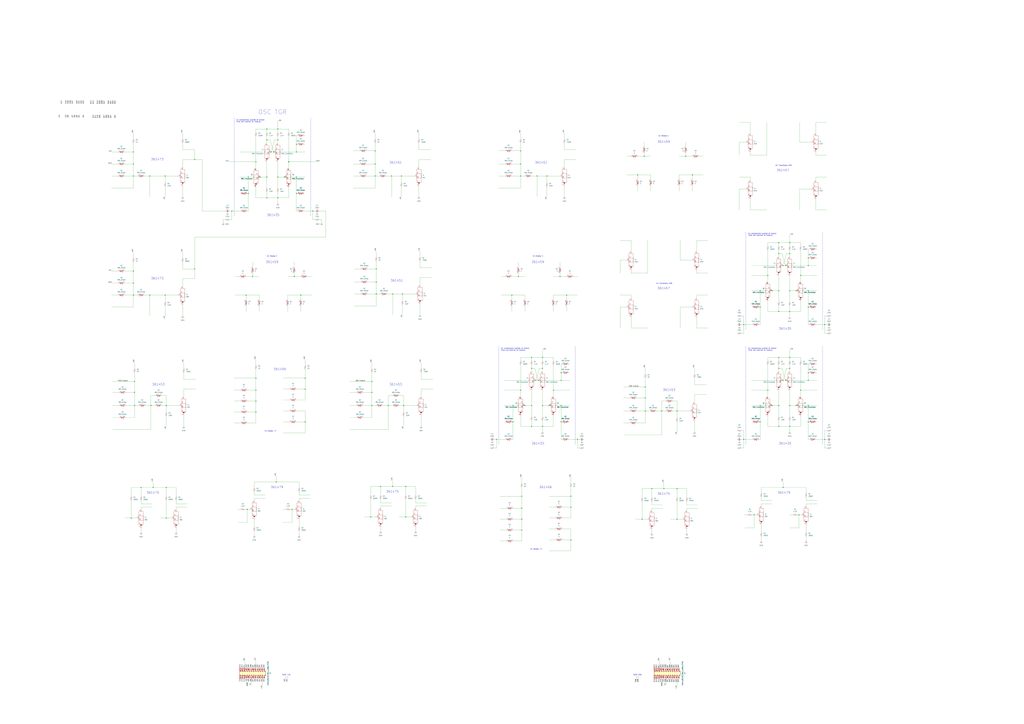
<source format=kicad_sch>
(kicad_sch (version 20211123) (generator eeschema)
  (paper "A0")
  (junction (at 173.99 204.47))
  (junction (at 904.24 415.29))
  (junction (at 601.98 321.31))
  (junction (at 363.22 245.11))
  (junction (at 756.92 567.69))
  (junction (at 431.8 455.93))
  (junction (at 911.86 441.96))
  (junction (at 154.94 342.9))
  (junction (at 177.8 566.42))
  (junction (at 297.18 187.96))
  (junction (at 629.92 471.17))
  (junction (at 896.62 337.82))
  (junction (at 651.51 471.17))
  (junction (at 595.63 490.22))
  (junction (at 309.88 149.86))
  (junction (at 938.53 471.17))
  (junction (at 604.52 204.47))
  (junction (at 875.665 598.17))
  (junction (at 430.53 600.71))
  (junction (at 803.91 203.2))
  (junction (at 320.675 560.07))
  (junction (at 938.53 308.61))
  (junction (at 335.28 187.96))
  (junction (at 297.18 466.09))
  (junction (at 605.79 615.95))
  (junction (at 770.89 567.69))
  (junction (at 293.37 321.31))
  (junction (at 891.54 320.04))
  (junction (at 455.93 565.15))
  (junction (at 929.64 320.0332))
  (junction (at 904.24 281.94))
  (junction (at 450.85 471.17))
  (junction (at 623.57 204.47))
  (junction (at 882.65 337.82))
  (junction (at 191.77 342.9))
  (junction (at 467.36 341.63))
  (junction (at 595.63 471.17))
  (junction (at 605.79 576.58))
  (junction (at 154.94 190.5))
  (junction (at 617.22 415.29))
  (junction (at 605.79 603.25))
  (junction (at 354.33 439.42))
  (junction (at 916.94 495.3))
  (junction (at 576.58 510.54))
  (junction (at 882.65 471.17))
  (junction (at 154.94 176.53))
  (junction (at 287.02 591.82))
  (junction (at 896.62 471.17))
  (junction (at 431.8 443.23))
  (junction (at 629.92 427.99))
  (junction (at 466.09 204.47))
  (junction (at 863.6 510.54))
  (junction (at 297.18 478.79))
  (junction (at 670.56 510.54))
  (junction (at 957.58 377.19))
  (junction (at 285.75 342.9))
  (junction (at 354.33 452.12))
  (junction (at 938.53 356.87))
  (junction (at 468.63 471.17))
  (junction (at 929.64 453.3832))
  (junction (at 909.32 566.42))
  (junction (at 650.24 321.31))
  (junction (at 617.22 495.3))
  (junction (at 156.21 455.93))
  (junction (at 226.06 185.42))
  (junction (at 629.92 415.29))
  (junction (at 749.3 462.28))
  (junction (at 938.53 441.96))
  (junction (at 882.65 490.22))
  (junction (at 796.29 181.61))
  (junction (at 651.51 441.96))
  (junction (at 909.32 308.61))
  (junction (at 916.94 415.29))
  (junction (at 629.92 495.3))
  (junction (at 642.62 453.3832))
  (junction (at 617.22 471.17))
  (junction (at 435.61 204.47))
  (junction (at 594.36 342.9))
  (junction (at 322.58 162.56))
  (junction (at 749.3 449.58))
  (junction (at 786.13 603.25))
  (junction (at 924.56 471.17))
  (junction (at 904.24 294.64))
  (junction (at 471.17 565.15))
  (junction (at 344.17 224.79))
  (junction (at 317.5 176.53))
  (junction (at 335.28 187.9532))
  (junction (at 882.65 356.87))
  (junction (at 624.84 441.96))
  (junction (at 622.3 441.96))
  (junction (at 604.52 175.26))
  (junction (at 309.88 229.87))
  (junction (at 435.61 175.26))
  (junction (at 322.58 149.86))
  (junction (at 152.4 601.98))
  (junction (at 354.33 490.22))
  (junction (at 193.04 471.17))
  (junction (at 749.3 477.52))
  (junction (at 154.94 204.47))
  (junction (at 635 204.47))
  (junction (at 156.21 471.17))
  (junction (at 927.735 598.17))
  (junction (at 193.04 601.98))
  (junction (at 904.24 495.3))
  (junction (at 309.88 205.74))
  (junction (at 154.94 328.93))
  (junction (at 651.51 490.22))
  (junction (at 191.77 204.47))
  (junction (at 302.26 205.74))
  (junction (at 786.13 567.69))
  (junction (at 938.53 490.22))
  (junction (at 339.09 591.82))
  (junction (at 916.94 361.95))
  (junction (at 748.03 181.61))
  (junction (at 344.17 176.53))
  (junction (at 175.26 471.17))
  (junction (at 156.21 443.23))
  (junction (at 609.6 471.17))
  (junction (at 269.24 245.11))
  (junction (at 617.22 427.99))
  (junction (at 662.94 589.28))
  (junction (at 657.86 342.9))
  (junction (at 297.18 439.42))
  (junction (at 435.61 190.5))
  (junction (at 740.41 203.2))
  (junction (at 662.94 627.38))
  (junction (at 909.32 441.96))
  (junction (at 163.83 566.42))
  (junction (at 891.54 453.39))
  (junction (at 916.94 294.64))
  (junction (at 455.93 341.63))
  (junction (at 226.06 312.42))
  (junction (at 322.58 205.74))
  (junction (at 309.88 162.56))
  (junction (at 605.79 590.55))
  (junction (at 662.94 576.58))
  (junction (at 454.66 204.47))
  (junction (at 938.53 299.72))
  (junction (at 441.96 565.15))
  (junction (at 863.6 377.19))
  (junction (at 916.94 281.94))
  (junction (at 604.52 453.39))
  (junction (at 322.58 229.87))
  (junction (at 173.99 342.9))
  (junction (at 297.18 453.39))
  (junction (at 904.24 427.99))
  (junction (at 745.49 603.25))
  (junction (at 288.29 224.79))
  (junction (at 916.94 471.17))
  (junction (at 938.53 337.82))
  (junction (at 314.96 176.53))
  (junction (at 431.8 471.17))
  (junction (at 957.58 510.54))
  (junction (at 651.51 433.07))
  (junction (at 916.94 337.82))
  (junction (at 904.24 361.95))
  (junction (at 193.04 566.42))
  (junction (at 786.13 477.52))
  (junction (at 768.35 477.52))
  (junction (at 436.88 327.66))
  (junction (at 911.86 308.61))
  (junction (at 924.56 337.82))
  (junction (at 344.17 167.64))
  (junction (at 330.2 205.74))
  (junction (at 471.17 600.71))
  (junction (at 604.52 190.5))
  (junction (at 344.17 205.74))
  (junction (at 341.63 321.31))
  (junction (at 288.29 205.74))
  (junction (at 916.94 427.99))
  (junction (at 436.88 312.42))
  (junction (at 637.54 471.17))
  (junction (at 349.25 342.9))
  (junction (at 154.94 314.96))
  (junction (at 904.24 337.82))
  (junction (at 436.88 341.63))
  (junction (at 938.53 433.07))
  (junction (at 904.24 471.17))
  (wire (pts (xy 872.49 337.82) (xy 882.65 337.82)))
  (wire (pts (xy 144.78 342.9) (xy 154.94 342.9)))
  (wire (pts (xy 410.21 218.44) (xy 435.61 218.44)))
  (wire (pts (xy 629.92 488.95) (xy 629.92 495.3)))
  (wire (pts (xy 430.53 565.15) (xy 441.96 565.15)))
  (wire (pts (xy 193.04 483.87) (xy 193.04 495.3)))
  (wire (pts (xy 212.09 185.42) (xy 226.06 185.42)))
  (wire (pts (xy 288.29 224.79) (xy 288.29 245.11)))
  (wire (pts (xy 344.17 245.11) (xy 345.44 245.11)))
  (wire (pts (xy 938.53 356.87) (xy 939.8 356.87)))
  (wire (pts (xy 273.05 321.31) (xy 278.13 321.31)))
  (wire (pts (xy 786.13 490.22) (xy 786.13 501.65)))
  (wire (pts (xy 871.22 231.14) (xy 871.22 243.84)))
  (wire (pts (xy 651.51 471.17) (xy 661.67 471.17)))
  (wire (pts (xy 803.91 215.9) (xy 803.91 222.25)))
  (wire (pts (xy 330.2 205.74) (xy 344.17 205.74)))
  (wire (pts (xy 455.93 565.15) (xy 471.17 565.15)))
  (wire (pts (xy 328.93 464.82) (xy 336.55 464.82)))
  (wire (pts (xy 435.61 175.26) (xy 425.45 175.26)))
  (wire (pts (xy 908.05 294.64) (xy 911.86 308.61)))
  (wire (pts (xy 911.86 308.61) (xy 938.53 308.61)))
  (wire (pts (xy 960.12 367.03) (xy 957.58 367.03)))
  (wire (pts (xy 287.02 466.09) (xy 297.18 466.09)))
  (wire (pts (xy 858.52 205.74) (xy 871.22 205.74)))
  (wire (pts (xy 285.75 342.9) (xy 285.75 347.98)))
  (wire (pts (xy 204.47 589.28) (xy 217.17 589.28)))
  (wire (pts (xy 313.69 162.56) (xy 317.5 176.53)))
  (wire (pts (xy 191.77 342.9) (xy 207.01 342.9)))
  (wire (pts (xy 154.94 176.53) (xy 144.78 176.53)))
  (wire (pts (xy 938.53 433.07) (xy 938.53 441.96)))
  (wire (pts (xy 204.47 566.42) (xy 204.47 576.58)))
  (wire (pts (xy 882.65 471.17) (xy 882.65 490.22)))
  (wire (pts (xy 322.58 205.74) (xy 322.58 218.44)))
  (wire (pts (xy 421.64 485.14) (xy 431.8 485.14)))
  (wire (pts (xy 623.57 228.6) (xy 623.57 204.47)))
  (wire (pts (xy 486.41 166.37) (xy 486.41 173.99)))
  (wire (pts (xy 786.13 582.93) (xy 786.13 603.25)))
  (wire (pts (xy 720.09 342.9) (xy 732.79 342.9)))
  (wire (pts (xy 129.54 328.93) (xy 137.16 328.93)))
  (wire (pts (xy 806.45 467.36) (xy 806.45 458.47)))
  (wire (pts (xy 651.51 490.22) (xy 651.51 510.54)))
  (wire (pts (xy 463.55 600.71) (xy 471.17 600.71)))
  (wire (pts (xy 604.52 415.29) (xy 617.22 415.29)))
  (wire (pts (xy 595.63 590.55) (xy 605.79 590.55)))
  (wire (pts (xy 916.94 337.82) (xy 924.56 337.82)))
  (wire (pts (xy 732.79 292.1) (xy 732.79 279.4)))
  (wire (pts (xy 797.56 582.93) (xy 797.56 586.74)))
  (wire (pts (xy 309.88 149.86) (xy 322.58 149.86)))
  (wire (pts (xy 786.13 477.52) (xy 786.13 466.09)))
  (wire (pts (xy 883.92 566.42) (xy 909.32 566.42)))
  (wire (pts (xy 271.78 453.39) (xy 279.4 453.39)))
  (wire (pts (xy 938.53 510.54) (xy 939.8 510.54)))
  (wire (pts (xy 328.93 477.52) (xy 336.55 477.52)))
  (wire (pts (xy 642.62 495.3) (xy 629.92 495.3)))
  (wire (pts (xy 486.41 194.31) (xy 486.41 185.42)))
  (wire (pts (xy 786.13 477.52) (xy 786.13 485.14)))
  (wire (pts (xy 601.98 304.8) (xy 601.98 309.88)))
  (wire (pts (xy 585.47 453.39) (xy 604.52 453.39)))
  (wire (pts (xy 468.63 459.74) (xy 463.55 459.74)))
  (wire (pts (xy 278.13 205.74) (xy 288.29 205.74)))
  (wire (pts (xy 662.94 601.98) (xy 662.94 589.28)))
  (wire (pts (xy 411.48 327.66) (xy 419.1 327.66)))
  (wire (pts (xy 935.99 588.01) (xy 935.99 585.47)))
  (wire (pts (xy 863.6 387.35) (xy 863.6 377.19)))
  (wire (pts (xy 947.42 176.53) (xy 947.42 180.34)))
  (wire (pts (xy 756.92 567.69) (xy 770.89 567.69)))
  (wire (pts (xy 957.58 377.19) (xy 957.58 367.03)))
  (wire (pts (xy 130.81 485.14) (xy 138.43 485.14)))
  (wire (pts (xy 347.345 560.07) (xy 347.345 566.42)))
  (wire (pts (xy 292.1 788.67) (xy 292.1 795.02)))
  (wire (pts (xy 411.48 355.6) (xy 436.88 355.6)))
  (wire (pts (xy 269.24 255.27) (xy 269.24 245.11)))
  (wire (pts (xy 363.22 245.11) (xy 365.76 245.11)))
  (wire (pts (xy 871.22 142.24) (xy 858.52 142.24)))
  (wire (pts (xy 335.28 187.96) (xy 335.28 195.58)))
  (wire (pts (xy 580.39 628.65) (xy 588.01 628.65)))
  (wire (pts (xy 288.29 205.74) (xy 288.29 224.79)))
  (wire (pts (xy 929.64 495.3) (xy 916.94 495.3)))
  (wire (pts (xy 356.87 321.31) (xy 361.95 321.31)))
  (wire (pts (xy 212.09 166.37) (xy 212.09 173.99)))
  (wire (pts (xy 773.43 788.67) (xy 773.43 795.02)))
  (wire (pts (xy 285.75 342.9) (xy 300.99 342.9)))
  (wire (pts (xy 154.94 176.53) (xy 154.94 190.5)))
  (wire (pts (xy 732.79 317.5) (xy 751.84 317.5)))
  (wire (pts (xy 796.29 165.1) (xy 796.29 170.18)))
  (wire (pts (xy 595.63 510.54) (xy 594.36 510.54)))
  (wire (pts (xy 130.81 443.23) (xy 156.21 443.23)))
  (wire (pts (xy 768.35 505.46) (xy 723.9 505.46)))
  (wire (pts (xy 152.4 576.58) (xy 152.4 566.42)))
  (wire (pts (xy 410.21 204.47) (xy 417.83 204.47)))
  (wire (pts (xy 916.94 427.99) (xy 916.94 431.8)))
  (wire (pts (xy 297.18 453.39) (xy 297.18 466.09)))
  (wire (pts (xy 642.62 453.3832) (xy 642.62 461.01)))
  (wire (pts (xy 259.08 255.27) (xy 259.08 259.08)))
  (wire (pts (xy 629.92 495.3) (xy 629.92 501.65)))
  (wire (pts (xy 156.21 421.64) (xy 156.21 427.99)))
  (wire (pts (xy 806.45 439.42) (xy 806.45 447.04)))
  (wire (pts (xy 871.22 176.53) (xy 871.22 180.34)))
  (wire (pts (xy 657.86 321.31) (xy 650.24 321.31)))
  (wire (pts (xy 173.99 342.9) (xy 191.77 342.9)))
  (wire (pts (xy 212.09 332.74) (xy 212.09 323.85)))
  (wire (pts (xy 265.43 187.96) (xy 297.18 187.96)))
  (wire (pts (xy 916.94 337.82) (xy 916.94 350.52)))
  (wire (pts (xy 904.24 427.99) (xy 904.24 431.8)))
  (wire (pts (xy 594.36 321.31) (xy 601.98 321.31)))
  (wire (pts (xy 604.52 424.18) (xy 604.52 453.39)))
  (wire (pts (xy 660.4 433.07) (xy 661.67 433.07)))
  (wire (pts (xy 605.79 576.58) (xy 605.79 566.42)))
  (wire (pts (xy 156.21 455.93) (xy 146.05 455.93)))
  (wire (pts (xy 938.53 299.72) (xy 938.53 308.61)))
  (wire (pts (xy 422.91 600.71) (xy 430.53 600.71)))
  (wire (pts (xy 154.94 204.47) (xy 160.02 204.47)))
  (wire (pts (xy 883.92 581.66) (xy 896.62 581.66)))
  (wire (pts (xy 212.09 215.9) (xy 212.09 228.6)))
  (wire (pts (xy 344.17 224.79) (xy 345.44 224.79)))
  (wire (pts (xy 173.99 204.47) (xy 191.77 204.47)))
  (wire (pts (xy 471.17 580.39) (xy 471.17 600.71)))
  (wire (pts (xy 891.54 281.94) (xy 904.24 281.94)))
  (wire (pts (xy 916.94 281.94) (xy 929.64 281.94)))
  (wire (pts (xy 344.17 464.82) (xy 354.33 464.82)))
  (wire (pts (xy 154.94 166.37) (xy 154.94 176.53)))
  (wire (pts (xy 595.63 603.25) (xy 605.79 603.25)))
  (wire (pts (xy 152.4 566.42) (xy 163.83 566.42)))
  (wire (pts (xy 662.94 640.08) (xy 662.94 627.38)))
  (wire (pts (xy 957.58 377.19) (xy 960.12 377.19)))
  (wire (pts (xy 175.26 471.17) (xy 175.26 499.11)))
  (wire (pts (xy 749.3 449.58) (xy 749.3 462.28)))
  (wire (pts (xy 347.345 575.31) (xy 360.045 575.31)))
  (wire (pts (xy 871.22 205.74) (xy 871.22 209.55)))
  (wire (pts (xy 595.63 471.17) (xy 595.63 490.22)))
  (wire (pts (xy 655.32 215.9) (xy 655.32 228.6)))
  (wire (pts (xy 468.63 483.87) (xy 468.63 495.3)))
  (wire (pts (xy 601.98 321.31) (xy 609.6 321.31)))
  (wire (pts (xy 662.94 614.68) (xy 662.94 627.38)))
  (wire (pts (xy 154.94 293.37) (xy 154.94 299.72)))
  (wire (pts (xy 652.78 627.38) (xy 662.94 627.38)))
  (wire (pts (xy 448.31 204.47) (xy 454.66 204.47)))
  (wire (pts (xy 942.34 219.71) (xy 928.37 219.71)))
  (wire (pts (xy 891.54 281.94) (xy 891.54 285.75)))
  (wire (pts (xy 904.24 415.29) (xy 916.94 415.29)))
  (wire (pts (xy 755.65 208.28) (xy 755.65 203.2)))
  (wire (pts (xy 642.62 347.98) (xy 642.62 342.9)))
  (wire (pts (xy 167.64 342.9) (xy 173.99 342.9)))
  (wire (pts (xy 938.53 377.19) (xy 939.8 377.19)))
  (wire (pts (xy 617.22 495.3) (xy 604.52 495.3)))
  (wire (pts (xy 909.32 566.42) (xy 935.99 566.42)))
  (wire (pts (xy 786.13 567.69) (xy 797.56 567.69)))
  (wire (pts (xy 916.94 355.6) (xy 916.94 361.95)))
  (wire (pts (xy 929.64 281.94) (xy 929.64 285.75)))
  (wire (pts (xy 637.54 627.38) (xy 645.16 627.38)))
  (wire (pts (xy 309.88 158.75) (xy 309.88 162.56)))
  (wire (pts (xy 154.94 356.87) (xy 154.94 342.9)))
  (wire (pts (xy 156.21 485.14) (xy 156.21 471.17)))
  (wire (pts (xy 609.6 355.6) (xy 609.6 361.95)))
  (wire (pts (xy 604.52 453.39) (xy 604.52 461.01)))
  (wire (pts (xy 947.42 142.24) (xy 960.12 142.24)))
  (wire (pts (xy 904.24 281.94) (xy 904.24 285.75)))
  (wire (pts (xy 576.58 510.54) (xy 586.74 510.54)))
  (wire (pts (xy 863.6 510.54) (xy 863.6 500.38)))
  (wire (pts (xy 431.8 433.07) (xy 431.8 443.23)))
  (wire (pts (xy 947.42 422.91) (xy 948.69 422.91)))
  (wire (pts (xy 487.68 292.1) (xy 487.68 298.45)))
  (wire (pts (xy 863.6 510.54) (xy 861.06 510.54)))
  (wire (pts (xy 431.8 455.93) (xy 421.64 455.93)))
  (wire (pts (xy 341.63 321.31) (xy 334.01 321.31)))
  (wire (pts (xy 925.83 598.17) (xy 927.735 598.17)))
  (polyline (pts (xy 955.04 269.24) (xy 955.04 383.54)))
  (wire (pts (xy 947.42 299.72) (xy 948.69 299.72)))
  (wire (pts (xy 455.93 341.63) (xy 467.36 341.63)))
  (wire (pts (xy 576.58 510.54) (xy 574.04 510.54)))
  (wire (pts (xy 213.36 421.64) (xy 213.36 427.99)))
  (wire (pts (xy 322.58 205.74) (xy 330.2 205.74)))
  (wire (pts (xy 373.38 255.27) (xy 373.38 259.08)))
  (polyline (pts (xy 668.02 402.59) (xy 668.02 516.89)))
  (wire (pts (xy 601.98 317.5) (xy 601.98 321.31)))
  (wire (pts (xy 300.99 347.98) (xy 300.99 342.9)))
  (wire (pts (xy 344.17 205.74) (xy 344.17 224.79)))
  (wire (pts (xy 904.24 290.83) (xy 904.24 294.64)))
  (polyline (pts (xy 360.68 137.16) (xy 360.68 251.46)))
  (wire (pts (xy 347.345 579.12) (xy 360.045 579.12)))
  (wire (pts (xy 154.94 328.93) (xy 154.94 342.9)))
  (wire (pts (xy 175.26 471.17) (xy 180.34 471.17)))
  (wire (pts (xy 670.56 510.54) (xy 673.1 510.54)))
  (wire (pts (xy 347.345 571.5) (xy 347.345 575.31)))
  (wire (pts (xy 146.05 485.14) (xy 156.21 485.14)))
  (wire (pts (xy 749.3 477.52) (xy 754.38 477.52)))
  (wire (pts (xy 913.13 294.64) (xy 909.32 308.61)))
  (wire (pts (xy 604.52 415.29) (xy 604.52 419.1)))
  (wire (pts (xy 938.53 289.56) (xy 938.53 299.72)))
  (wire (pts (xy 466.09 204.47) (xy 466.09 212.09)))
  (wire (pts (xy 353.06 167.64) (xy 354.33 167.64)))
  (wire (pts (xy 163.83 591.82) (xy 163.83 589.28)))
  (wire (pts (xy 488.95 482.6) (xy 488.95 495.3)))
  (wire (pts (xy 180.34 459.74) (xy 175.26 459.74)))
  (wire (pts (xy 617.22 204.47) (xy 623.57 204.47)))
  (wire (pts (xy 806.45 458.47) (xy 820.42 458.47)))
  (wire (pts (xy 942.34 165.1) (xy 928.37 165.1)))
  (wire (pts (xy 309.88 223.52) (xy 309.88 229.87)))
  (wire (pts (xy 947.42 377.19) (xy 957.58 377.19)))
  (wire (pts (xy 617.22 427.99) (xy 621.03 427.99)))
  (wire (pts (xy 938.53 490.22) (xy 938.53 510.54)))
  (wire (pts (xy 363.22 255.27) (xy 363.22 245.11)))
  (wire (pts (xy 723.9 491.49) (xy 731.52 491.49)))
  (wire (pts (xy 328.93 502.92) (xy 354.33 502.92)))
  (wire (pts (xy 444.5 471.17) (xy 450.85 471.17)))
  (wire (pts (xy 463.55 471.17) (xy 468.63 471.17)))
  (wire (pts (xy 441.96 565.15) (xy 455.93 565.15)))
  (wire (pts (xy 655.32 173.99) (xy 669.29 173.99)))
  (wire (pts (xy 929.64 320.0332) (xy 929.64 327.66)))
  (wire (pts (xy 175.26 459.74) (xy 175.26 471.17)))
  (wire (pts (xy 154.94 342.9) (xy 160.02 342.9)))
  (wire (pts (xy 335.28 229.87) (xy 322.58 229.87)))
  (wire (pts (xy 337.185 591.82) (xy 339.09 591.82)))
  (wire (pts (xy 193.04 566.42) (xy 204.47 566.42)))
  (wire (pts (xy 609.6 347.98) (xy 609.6 342.9)))
  (wire (pts (xy 872.49 320.04) (xy 891.54 320.04)))
  (wire (pts (xy 297.18 439.42) (xy 297.18 453.39)))
  (wire (pts (xy 466.09 204.47) (xy 481.33 204.47)))
  (wire (pts (xy 436.88 355.6) (xy 436.88 341.63)))
  (wire (pts (xy 193.04 471.17) (xy 193.04 478.79)))
  (wire (pts (xy 929.64 361.95) (xy 916.94 361.95)))
  (wire (pts (xy 309.88 229.87) (xy 297.18 229.87)))
  (wire (pts (xy 185.42 601.98) (xy 193.04 601.98)))
  (wire (pts (xy 129.54 314.96) (xy 137.16 314.96)))
  (wire (pts (xy 882.65 510.54) (xy 881.38 510.54)))
  (wire (pts (xy 872.49 453.39) (xy 891.54 453.39)))
  (wire (pts (xy 328.93 439.42) (xy 354.33 439.42)))
  (wire (pts (xy 297.18 768.35) (xy 297.18 775.97)))
  (wire (pts (xy 755.65 215.9) (xy 755.65 222.25)))
  (wire (pts (xy 740.41 215.9) (xy 740.41 222.25)))
  (wire (pts (xy 163.83 585.47) (xy 176.53 585.47)))
  (wire (pts (xy 863.6 377.19) (xy 873.76 377.19)))
  (wire (pts (xy 335.28 217.17) (xy 335.28 229.87)))
  (wire (pts (xy 435.61 175.26) (xy 435.61 190.5)))
  (wire (pts (xy 431.8 443.23) (xy 431.8 455.93)))
  (wire (pts (xy 938.53 441.96) (xy 948.69 441.96)))
  (wire (pts (xy 287.02 453.39) (xy 297.18 453.39)))
  (wire (pts (xy 304.8 788.67) (xy 304.8 796.29)))
  (wire (pts (xy 861.06 520.7) (xy 863.6 520.7)))
  (wire (pts (xy 276.225 607.06) (xy 287.02 607.06)))
  (wire (pts (xy 928.37 219.71) (xy 928.37 243.84)))
  (wire (pts (xy 287.02 478.79) (xy 297.18 478.79)))
  (wire (pts (xy 863.6 377.19) (xy 863.6 367.03)))
  (wire (pts (xy 406.4 485.14) (xy 414.02 485.14)))
  (wire (pts (xy 756.92 586.74) (xy 769.62 586.74)))
  (wire (pts (xy 341.63 317.5) (xy 341.63 321.31)))
  (wire (pts (xy 927.735 598.17) (xy 930.91 598.17)))
  (wire (pts (xy 354.33 417.83) (xy 354.33 424.18)))
  (wire (pts (xy 935.99 623.57) (xy 935.99 628.65)))
  (wire (pts (xy 629.92 427.99) (xy 626.11 427.99)))
  (wire (pts (xy 904.24 294.64) (xy 908.05 294.64)))
  (wire (pts (xy 488.95 421.64) (xy 488.95 427.99)))
  (wire (pts (xy 594.36 342.9) (xy 609.6 342.9)))
  (wire (pts (xy 486.41 185.42) (xy 500.38 185.42)))
  (wire (pts (xy 749.3 439.42) (xy 749.3 449.58)))
  (wire (pts (xy 916.94 415.29) (xy 916.94 419.1)))
  (wire (pts (xy 293.37 317.5) (xy 293.37 321.31)))
  (wire (pts (xy 786.13 477.52) (xy 801.37 477.52)))
  (wire (pts (xy 947.42 433.07) (xy 948.69 433.07)))
  (wire (pts (xy 727.71 181.61) (xy 732.79 181.61)))
  (wire (pts (xy 808.99 381) (xy 821.69 381)))
  (wire (pts (xy 797.56 586.74) (xy 810.26 586.74)))
  (wire (pts (xy 938.53 299.72) (xy 939.8 299.72)))
  (wire (pts (xy 741.68 786.13) (xy 741.68 788.67)))
  (wire (pts (xy 488.95 433.07) (xy 488.95 440.69)))
  (wire (pts (xy 778.51 603.25) (xy 786.13 603.25)))
  (wire (pts (xy 284.48 591.82) (xy 287.02 591.82)))
  (polyline (pts (xy 866.14 402.59) (xy 866.14 516.89)))
  (wire (pts (xy 431.8 471.17) (xy 421.64 471.17)))
  (wire (pts (xy 410.21 175.26) (xy 417.83 175.26)))
  (wire (pts (xy 154.94 314.96) (xy 154.94 328.93)))
  (wire (pts (xy 213.36 461.01) (xy 213.36 452.12)))
  (wire (pts (xy 269.24 245.11) (xy 266.7 245.11)))
  (wire (pts (xy 488.95 461.01) (xy 488.95 452.12)))
  (wire (pts (xy 585.47 471.17) (xy 595.63 471.17)))
  (wire (pts (xy 808.99 346.71) (xy 808.99 342.9)))
  (wire (pts (xy 617.22 471.17) (xy 617.22 483.87)))
  (wire (pts (xy 156.21 433.07) (xy 156.21 443.23)))
  (wire (pts (xy 929.64 320.0332) (xy 948.69 320.0332)))
  (wire (pts (xy 309.88 205.74) (xy 309.88 218.44)))
  (wire (pts (xy 864.235 598.17) (xy 868.045 598.17)))
  (wire (pts (xy 129.54 204.47) (xy 137.16 204.47)))
  (wire (pts (xy 938.53 422.91) (xy 938.53 433.07)))
  (wire (pts (xy 347.345 603.25) (xy 347.345 612.14)))
  (wire (pts (xy 745.49 603.25) (xy 751.84 603.25)))
  (wire (pts (xy 723.9 449.58) (xy 749.3 449.58)))
  (wire (pts (xy 916.94 273.05) (xy 916.94 281.94)))
  (wire (pts (xy 234.95 185.42) (xy 226.06 185.42)))
  (wire (pts (xy 789.94 302.26) (xy 789.94 279.4)))
  (wire (pts (xy 651.51 441.96) (xy 661.67 441.96)))
  (wire (pts (xy 745.49 567.69) (xy 756.92 567.69)))
  (wire (pts (xy 278.13 176.53) (xy 314.96 176.53)))
  (polyline (pts (xy 955.04 402.59) (xy 955.04 516.89)))
  (wire (pts (xy 883.92 588.01) (xy 883.92 585.47)))
  (wire (pts (xy 212.09 354.33) (xy 212.09 367.03)))
  (wire (pts (xy 347.345 581.66) (xy 347.345 579.12)))
  (wire (pts (xy 916.94 471.17) (xy 916.94 483.87)))
  (wire (pts (xy 213.36 482.6) (xy 213.36 495.3)))
  (wire (pts (xy 318.77 162.56) (xy 314.96 176.53)))
  (wire (pts (xy 430.53 580.39) (xy 430.53 600.71)))
  (wire (pts (xy 947.42 180.34) (xy 960.12 180.34)))
  (wire (pts (xy 335.28 187.9532) (xy 335.28 187.96)))
  (wire (pts (xy 916.94 361.95) (xy 916.94 368.3)))
  (wire (pts (xy 806.45 447.04) (xy 820.42 447.04)))
  (wire (pts (xy 406.4 443.23) (xy 431.8 443.23)))
  (wire (pts (xy 454.66 204.47) (xy 466.09 204.47)))
  (wire (pts (xy 929.64 349.25) (xy 929.64 361.95)))
  (wire (pts (xy 441.96 580.39) (xy 441.96 584.2)))
  (wire (pts (xy 435.61 190.5) (xy 435.61 204.47)))
  (wire (pts (xy 803.91 203.2) (xy 803.91 208.28)))
  (wire (pts (xy 655.32 166.37) (xy 655.32 173.99)))
  (wire (pts (xy 811.53 181.61) (xy 816.61 181.61)))
  (wire (pts (xy 595.63 628.65) (xy 605.79 628.65)))
  (wire (pts (xy 309.88 205.74) (xy 309.88 187.96)))
  (wire (pts (xy 193.04 601.98) (xy 199.39 601.98)))
  (wire (pts (xy 916.94 290.83) (xy 916.94 294.64)))
  (wire (pts (xy 193.04 581.66) (xy 193.04 601.98)))
  (wire (pts (xy 574.04 520.7) (xy 576.58 520.7)))
  (wire (pts (xy 300.99 355.6) (xy 300.99 361.95)))
  (wire (pts (xy 234.95 245.11) (xy 234.95 185.42)))
  (wire (pts (xy 293.37 321.31) (xy 300.99 321.31)))
  (wire (pts (xy 929.64 424.18) (xy 929.64 453.3832)))
  (wire (pts (xy 335.28 187.96) (xy 367.03 187.96)))
  (wire (pts (xy 935.99 577.85) (xy 935.99 581.66)))
  (wire (pts (xy 904.24 471.17) (xy 904.24 483.87)))
  (wire (pts (xy 904.24 337.82) (xy 904.24 350.52)))
  (wire (pts (xy 928.37 165.1) (xy 928.37 142.24)))
  (wire (pts (xy 629.92 427.99) (xy 629.92 431.8)))
  (wire (pts (xy 935.99 566.42) (xy 935.99 572.77)))
  (wire (pts (xy 156.21 471.17) (xy 146.05 471.17)))
  (wire (pts (xy 957.58 387.35) (xy 957.58 377.19)))
  (wire (pts (xy 436.88 312.42) (xy 436.88 327.66)))
  (wire (pts (xy 579.12 218.44) (xy 604.52 218.44)))
  (wire (pts (xy 302.26 205.74) (xy 309.88 205.74)))
  (wire (pts (xy 309.88 162.56) (xy 309.88 166.37)))
  (wire (pts (xy 947.42 209.55) (xy 947.42 205.74)))
  (wire (pts (xy 212.09 323.85) (xy 226.06 323.85)))
  (wire (pts (xy 875.665 613.41) (xy 875.665 598.17)))
  (wire (pts (xy 629.92 415.29) (xy 642.62 415.29)))
  (wire (pts (xy 328.93 452.12) (xy 336.55 452.12)))
  (wire (pts (xy 723.9 477.52) (xy 731.52 477.52)))
  (wire (pts (xy 580.39 590.55) (xy 588.01 590.55)))
  (wire (pts (xy 344.17 490.22) (xy 354.33 490.22)))
  (wire (pts (xy 581.66 321.31) (xy 586.74 321.31)))
  (wire (pts (xy 637.54 614.68) (xy 645.16 614.68)))
  (wire (pts (xy 144.78 204.47) (xy 154.94 204.47)))
  (wire (pts (xy 467.36 354.33) (xy 467.36 365.76)))
  (wire (pts (xy 740.41 181.61) (xy 748.03 181.61)))
  (wire (pts (xy 617.22 471.17) (xy 617.22 453.39)))
  (wire (pts (xy 604.52 204.47) (xy 609.6 204.47)))
  (wire (pts (xy 637.54 576.58) (xy 662.94 576.58)))
  (wire (pts (xy 604.52 166.37) (xy 604.52 175.26)))
  (wire (pts (xy 891.54 424.18) (xy 891.54 453.39)))
  (wire (pts (xy 748.03 177.8) (xy 748.03 181.61)))
  (wire (pts (xy 911.86 441.96) (xy 938.53 441.96)))
  (wire (pts (xy 605.79 615.95) (xy 605.79 628.65)))
  (wire (pts (xy 271.78 491.49) (xy 279.4 491.49)))
  (wire (pts (xy 642.62 415.29) (xy 642.62 419.1)))
  (wire (pts (xy 786.13 466.09) (xy 781.05 466.09)))
  (wire (pts (xy 156.21 443.23) (xy 156.21 455.93)))
  (wire (pts (xy 803.91 356.87) (xy 789.94 356.87)))
  (wire (pts (xy 487.68 303.53) (xy 487.68 311.15)))
  (wire (pts (xy 309.88 149.86) (xy 309.88 153.67)))
  (wire (pts (xy 657.86 342.9) (xy 657.86 347.98)))
  (wire (pts (xy 896.62 471.17) (xy 904.24 471.17)))
  (wire (pts (xy 269.24 245.11) (xy 279.4 245.11)))
  (wire (pts (xy 487.68 331.47) (xy 487.68 322.58)))
  (wire (pts (xy 739.14 788.67) (xy 739.14 786.13)))
  (wire (pts (xy 929.64 415.29) (xy 929.64 419.1)))
  (wire (pts (xy 748.03 165.1) (xy 748.03 170.18)))
  (wire (pts (xy 623.57 204.47) (xy 635 204.47)))
  (wire (pts (xy 309.88 162.56) (xy 313.69 162.56)))
  (wire (pts (xy 193.04 471.17) (xy 208.28 471.17)))
  (wire (pts (xy 331.47 788.67) (xy 331.47 786.13)))
  (wire (pts (xy 650.24 304.8) (xy 650.24 309.88)))
  (wire (pts (xy 322.58 162.56) (xy 318.77 162.56)))
  (wire (pts (xy 455.93 459.74) (xy 450.85 459.74)))
  (wire (pts (xy 295.275 581.66) (xy 295.275 579.12)))
  (wire (pts (xy 629.92 471.17) (xy 637.54 471.17)))
  (wire (pts (xy 629.92 453.39) (xy 629.92 471.17)))
  (wire (pts (xy 436.88 292.1) (xy 436.88 298.45)))
  (wire (pts (xy 365.76 255.27) (xy 363.22 255.27)))
  (wire (pts (xy 803.91 181.61) (xy 796.29 181.61)))
  (wire (pts (xy 916.94 320.04) (xy 916.94 337.82)))
  (wire (pts (xy 487.68 311.15) (xy 501.65 311.15)))
  (wire (pts (xy 441.96 590.55) (xy 441.96 588.01)))
  (wire (pts (xy 770.89 561.34) (xy 770.89 567.69)))
  (wire (pts (xy 720.09 381) (xy 720.09 356.87)))
  (wire (pts (xy 450.85 471.17) (xy 455.93 471.17)))
  (wire (pts (xy 732.79 381) (xy 751.84 381)))
  (wire (pts (xy 154.94 218.44) (xy 154.94 204.47)))
  (wire (pts (xy 655.32 194.31) (xy 655.32 185.42)))
  (wire (pts (xy 660.4 422.91) (xy 661.67 422.91)))
  (wire (pts (xy 947.42 510.54) (xy 957.58 510.54)))
  (wire (pts (xy 960.12 500.38) (xy 957.58 500.38)))
  (wire (pts (xy 651.51 471.17) (xy 651.51 490.22)))
  (wire (pts (xy 317.5 176.53) (xy 344.17 176.53)))
  (wire (pts (xy 295.275 603.25) (xy 295.275 612.14)))
  (wire (pts (xy 297.18 149.86) (xy 309.88 149.86)))
  (wire (pts (xy 295.275 575.31) (xy 307.975 575.31)))
  (wire (pts (xy 441.96 612.14) (xy 441.96 617.22)))
  (wire (pts (xy 204.47 581.66) (xy 204.47 585.47)))
  (wire (pts (xy 938.53 471.17) (xy 948.69 471.17)))
  (wire (pts (xy 621.03 427.99) (xy 624.84 441.96)))
  (wire (pts (xy 872.49 308.61) (xy 909.32 308.61)))
  (wire (pts (xy 882.65 490.22) (xy 881.38 490.22)))
  (wire (pts (xy 191.77 204.47) (xy 191.77 212.09)))
  (wire (pts (xy 938.53 490.22) (xy 939.8 490.22)))
  (wire (pts (xy 468.63 471.17) (xy 468.63 478.79)))
  (wire (pts (xy 154.94 314.96) (xy 144.78 314.96)))
  (wire (pts (xy 354.33 477.52) (xy 354.33 490.22)))
  (wire (pts (xy 604.52 218.44) (xy 604.52 204.47)))
  (wire (pts (xy 960.12 387.35) (xy 957.58 387.35)))
  (wire (pts (xy 745.49 577.85) (xy 745.49 567.69)))
  (wire (pts (xy 727.71 302.26) (xy 720.09 302.26)))
  (wire (pts (xy 605.79 554.99) (xy 605.79 561.34)))
  (wire (pts (xy 947.42 231.14) (xy 947.42 243.84)))
  (wire (pts (xy 129.54 218.44) (xy 154.94 218.44)))
  (wire (pts (xy 871.22 154.94) (xy 871.22 142.24)))
  (wire (pts (xy 732.79 279.4) (xy 720.09 279.4)))
  (wire (pts (xy 749.3 427.99) (xy 749.3 434.34)))
  (wire (pts (xy 339.09 591.82) (xy 342.265 591.82)))
  (wire (pts (xy 947.42 154.94) (xy 947.42 142.24)))
  (wire (pts (xy 378.46 275.59) (xy 378.46 245.11)))
  (wire (pts (xy 904.24 424.18) (xy 904.24 427.99)))
  (wire (pts (xy 938.53 471.17) (xy 938.53 490.22)))
  (wire (pts (xy 768.35 466.09) (xy 768.35 477.52)))
  (wire (pts (xy 486.41 154.94) (xy 486.41 161.29)))
  (wire (pts (xy 288.29 245.11) (xy 287.02 245.11)))
  (wire (pts (xy 882.65 337.82) (xy 882.65 356.87)))
  (wire (pts (xy 271.78 439.42) (xy 297.18 439.42)))
  (wire (pts (xy 275.59 591.82) (xy 279.4 591.82)))
  (wire (pts (xy 322.58 229.87) (xy 322.58 236.22)))
  (wire (pts (xy 344.17 167.64) (xy 344.17 176.53)))
  (wire (pts (xy 287.02 607.06) (xy 287.02 591.82)))
  (wire (pts (xy 652.78 614.68) (xy 662.94 614.68)))
  (wire (pts (xy 226.06 312.42) (xy 226.06 275.59)))
  (wire (pts (xy 435.61 218.44) (xy 435.61 204.47)))
  (wire (pts (xy 924.56 337.82) (xy 938.53 337.82)))
  (wire (pts (xy 642.62 424.18) (xy 642.62 453.3832)))
  (wire (pts (xy 788.67 208.28) (xy 788.67 203.2)))
  (wire (pts (xy 604.52 190.5) (xy 604.52 204.47)))
  (wire (pts (xy 261.62 255.27) (xy 259.08 255.27)))
  (wire (pts (xy 871.22 180.34) (xy 890.27 180.34)))
  (wire (pts (xy 154.94 328.93) (xy 144.78 328.93)))
  (wire (pts (xy 129.54 190.5) (xy 137.16 190.5)))
  (wire (pts (xy 129.54 342.9) (xy 137.16 342.9)))
  (wire (pts (xy 213.36 452.12) (xy 227.33 452.12)))
  (wire (pts (xy 935.99 581.66) (xy 948.69 581.66)))
  (wire (pts (xy 425.45 204.47) (xy 435.61 204.47)))
  (wire (pts (xy 191.77 342.9) (xy 191.77 350.52)))
  (wire (pts (xy 297.18 478.79) (xy 297.18 491.49)))
  (wire (pts (xy 322.58 149.86) (xy 322.58 153.67)))
  (wire (pts (xy 288.29 224.79) (xy 287.02 224.79)))
  (wire (pts (xy 594.36 204.47) (xy 604.52 204.47)))
  (wire (pts (xy 339.09 607.06) (xy 339.09 591.82)))
  (wire (pts (xy 808.99 342.9) (xy 821.69 342.9)))
  (wire (pts (xy 882.65 471.17) (xy 896.62 471.17)))
  (wire (pts (xy 426.72 341.63) (xy 436.88 341.63)))
  (wire (pts (xy 929.64 453.3832) (xy 929.64 461.01)))
  (wire (pts (xy 863.6 510.54) (xy 873.76 510.54)))
  (wire (pts (xy 322.58 149.86) (xy 335.28 149.86)))
  (wire (pts (xy 468.63 471.17) (xy 483.87 471.17)))
  (wire (pts (xy 896.62 337.82) (xy 904.24 337.82)))
  (wire (pts (xy 617.22 415.29) (xy 617.22 419.1)))
  (wire (pts (xy 344.17 452.12) (xy 354.33 452.12)))
  (wire (pts (xy 617.22 415.29) (xy 629.92 415.29)))
  (wire (pts (xy 732.79 313.69) (xy 732.79 317.5)))
  (wire (pts (xy 322.58 187.96) (xy 322.58 205.74)))
  (wire (pts (xy 891.54 361.95) (xy 891.54 349.25)))
  (wire (pts (xy 295.275 571.5) (xy 295.275 575.31)))
  (wire (pts (xy 344.17 477.52) (xy 354.33 477.52)))
  (wire (pts (xy 882.65 356.87) (xy 881.38 356.87)))
  (wire (pts (xy 344.17 176.53) (xy 354.33 176.53)))
  (wire (pts (xy 651.51 490.22) (xy 652.78 490.22)))
  (wire (pts (xy 482.6 565.15) (xy 482.6 575.31)))
  (wire (pts (xy 629.92 495.3) (xy 617.22 495.3)))
  (wire (pts (xy 635 204.47) (xy 650.24 204.47)))
  (wire (pts (xy 882.65 377.19) (xy 881.38 377.19)))
  (wire (pts (xy 129.54 176.53) (xy 137.16 176.53)))
  (wire (pts (xy 929.64 482.6) (xy 929.64 495.3)))
  (wire (pts (xy 212.09 293.37) (xy 212.09 299.72)))
  (wire (pts (xy 295.275 566.42) (xy 295.275 560.07)))
  (wire (pts (xy 156.21 455.93) (xy 156.21 471.17)))
  (wire (pts (xy 152.4 581.66) (xy 152.4 601.98)))
  (wire (pts (xy 604.52 175.26) (xy 604.52 190.5)))
  (wire (pts (xy 651.51 422.91) (xy 652.78 422.91)))
  (wire (pts (xy 909.32 560.07) (xy 909.32 566.42)))
  (wire (pts (xy 271.78 478.79) (xy 279.4 478.79)))
  (wire (pts (xy 797.56 567.69) (xy 797.56 577.85)))
  (wire (pts (xy 808.99 279.4) (xy 821.69 279.4)))
  (wire (pts (xy 796.29 181.61) (xy 788.67 181.61)))
  (wire (pts (xy 594.36 355.6) (xy 594.36 361.95)))
  (polyline (pts (xy 866.14 269.24) (xy 866.14 383.54)))
  (wire (pts (xy 908.05 427.99) (xy 911.86 441.96)))
  (wire (pts (xy 770.89 567.69) (xy 786.13 567.69)))
  (wire (pts (xy 212.09 312.42) (xy 226.06 312.42)))
  (wire (pts (xy 670.56 342.9) (xy 657.86 342.9)))
  (wire (pts (xy 226.06 312.42) (xy 226.06 323.85)))
  (wire (pts (xy 450.85 499.11) (xy 406.4 499.11)))
  (wire (pts (xy 435.61 190.5) (xy 425.45 190.5)))
  (wire (pts (xy 808.99 317.5) (xy 821.69 317.5)))
  (wire (pts (xy 406.4 455.93) (xy 414.02 455.93)))
  (wire (pts (xy 471.17 565.15) (xy 471.17 575.31)))
  (wire (pts (xy 436.88 327.66) (xy 436.88 341.63)))
  (wire (pts (xy 749.3 477.52) (xy 739.14 477.52)))
  (wire (pts (xy 651.51 433.07) (xy 651.51 441.96)))
  (wire (pts (xy 581.66 342.9) (xy 594.36 342.9)))
  (wire (pts (xy 487.68 322.58) (xy 501.65 322.58)))
  (wire (pts (xy 916.94 495.3) (xy 916.94 501.65)))
  (wire (pts (xy 436.88 327.66) (xy 426.72 327.66)))
  (wire (pts (xy 904.24 281.94) (xy 916.94 281.94)))
  (wire (pts (xy 344.17 224.79) (xy 344.17 245.11)))
  (wire (pts (xy 617.22 427.99) (xy 617.22 431.8)))
  (wire (pts (xy 858.52 165.1) (xy 858.52 180.34)))
  (wire (pts (xy 883.92 577.85) (xy 883.92 581.66)))
  (wire (pts (xy 737.87 603.25) (xy 745.49 603.25)))
  (wire (pts (xy 916.94 406.4) (xy 916.94 415.29)))
  (wire (pts (xy 293.37 304.8) (xy 293.37 309.88)))
  (wire (pts (xy 297.18 229.87) (xy 297.18 217.17)))
  (wire (pts (xy 947.42 289.56) (xy 948.69 289.56)))
  (wire (pts (xy 435.61 166.37) (xy 435.61 175.26)))
  (wire (pts (xy 891.54 290.83) (xy 891.54 320.04)))
  (wire (pts (xy 431.8 471.17) (xy 436.88 471.17)))
  (wire (pts (xy 650.24 321.31) (xy 642.62 321.31)))
  (wire (pts (xy 662.94 589.28) (xy 662.94 576.58)))
  (wire (pts (xy 579.12 190.5) (xy 586.74 190.5)))
  (wire (pts (xy 271.78 466.09) (xy 279.4 466.09)))
  (wire (pts (xy 605.79 590.55) (xy 605.79 603.25)))
  (wire (pts (xy 455.93 365.76) (xy 455.93 341.63)))
  (wire (pts (xy 863.6 377.19) (xy 861.06 377.19)))
  (wire (pts (xy 655.32 154.94) (xy 655.32 161.29)))
  (wire (pts (xy 629.92 415.29) (xy 629.92 419.1)))
  (wire (pts (xy 595.63 490.22) (xy 594.36 490.22)))
  (wire (pts (xy 662.94 576.58) (xy 662.94 566.42)))
  (wire (pts (xy 871.22 243.84) (xy 890.27 243.84)))
  (wire (pts (xy 786.13 788.67) (xy 786.13 796.29)))
  (wire (pts (xy 604.52 495.3) (xy 604.52 482.6)))
  (wire (pts (xy 749.3 462.28) (xy 739.14 462.28)))
  (wire (pts (xy 935.99 585.47) (xy 948.69 585.47)))
  (wire (pts (xy 163.83 566.42) (xy 177.8 566.42)))
  (wire (pts (xy 154.94 154.94) (xy 154.94 161.29)))
  (wire (pts (xy 916.94 495.3) (xy 904.24 495.3)))
  (wire (pts (xy 144.78 601.98) (xy 152.4 601.98)))
  (wire (pts (xy 916.94 613.41) (xy 927.735 613.41)))
  (wire (pts (xy 191.77 204.47) (xy 207.01 204.47)))
  (polyline (pts (xy 579.12 402.59) (xy 579.12 516.89)))
  (wire (pts (xy 960.12 520.7) (xy 957.58 520.7)))
  (wire (pts (xy 226.06 275.59) (xy 378.46 275.59)))
  (wire (pts (xy 924.56 471.17) (xy 938.53 471.17)))
  (wire (pts (xy 580.39 615.95) (xy 588.01 615.95)))
  (wire (pts (xy 913.13 427.99) (xy 909.32 441.96)))
  (wire (pts (xy 193.04 566.42) (xy 193.04 576.58)))
  (wire (pts (xy 285.75 321.31) (xy 293.37 321.31)))
  (wire (pts (xy 431.8 485.14) (xy 431.8 471.17)))
  (wire (pts (xy 213.36 440.69) (xy 227.33 440.69)))
  (wire (pts (xy 727.71 203.2) (xy 740.41 203.2)))
  (wire (pts (xy 660.4 510.54) (xy 670.56 510.54)))
  (wire (pts (xy 288.29 205.74) (xy 302.26 205.74)))
  (wire (pts (xy 177.8 560.07) (xy 177.8 566.42)))
  (wire (pts (xy 723.9 462.28) (xy 731.52 462.28)))
  (wire (pts (xy 328.295 607.06) (xy 339.09 607.06)))
  (wire (pts (xy 436.88 341.63) (xy 441.96 341.63)))
  (wire (pts (xy 226.06 173.99) (xy 226.06 185.42)))
  (wire (pts (xy 864.87 613.41) (xy 875.665 613.41)))
  (wire (pts (xy 762 477.52) (xy 768.35 477.52)))
  (wire (pts (xy 872.49 471.17) (xy 882.65 471.17)))
  (wire (pts (xy 130.81 455.93) (xy 138.43 455.93)))
  (wire (pts (xy 284.48 768.35) (xy 284.48 775.97)))
  (wire (pts (xy 378.46 245.11) (xy 370.84 245.11)))
  (wire (pts (xy 883.92 572.77) (xy 883.92 566.42)))
  (wire (pts (xy 947.42 205.74) (xy 960.12 205.74)))
  (wire (pts (xy 430.53 575.31) (xy 430.53 565.15)))
  (wire (pts (xy 720.09 302.26) (xy 720.09 317.5)))
  (wire (pts (xy 637.54 601.98) (xy 645.16 601.98)))
  (wire (pts (xy 904.24 337.82) (xy 904.24 320.04)))
  (wire (pts (xy 594.36 342.9) (xy 594.36 347.98)))
  (wire (pts (xy 322.58 229.87) (xy 309.88 229.87)))
  (wire (pts (xy 863.6 520.7) (xy 863.6 510.54)))
  (wire (pts (xy 353.06 157.48) (xy 354.33 157.48)))
  (wire (pts (xy 335.28 149.86) (xy 335.28 153.67)))
  (wire (pts (xy 173.99 204.47) (xy 173.99 228.6)))
  (wire (pts (xy 657.86 342.9) (xy 642.62 342.9)))
  (wire (pts (xy 861.06 387.35) (xy 863.6 387.35)))
  (wire (pts (xy 651.51 422.91) (xy 651.51 433.07)))
  (wire (pts (xy 285.75 355.6) (xy 285.75 361.95)))
  (wire (pts (xy 786.13 567.69) (xy 786.13 577.85)))
  (wire (pts (xy 651.51 510.54) (xy 652.78 510.54)))
  (wire (pts (xy 732.79 342.9) (xy 732.79 346.71)))
  (wire (pts (xy 266.7 255.27) (xy 269.24 255.27)))
  (wire (pts (xy 450.85 471.17) (xy 450.85 499.11)))
  (wire (pts (xy 904.24 471.17) (xy 904.24 453.39)))
  (wire (pts (xy 331.47 786.13) (xy 334.01 786.13)))
  (wire (pts (xy 916.94 294.64) (xy 916.94 298.45)))
  (wire (pts (xy 904.24 415.29) (xy 904.24 419.1)))
  (wire (pts (xy 947.42 243.84) (xy 960.12 243.84)))
  (wire (pts (xy 655.32 185.42) (xy 669.29 185.42)))
  (wire (pts (xy 173.99 342.9) (xy 173.99 367.03)))
  (wire (pts (xy 411.48 312.42) (xy 419.1 312.42)))
  (wire (pts (xy 740.41 203.2) (xy 755.65 203.2)))
  (wire (pts (xy 765.81 768.35) (xy 765.81 775.97)))
  (wire (pts (xy 449.58 341.63) (xy 455.93 341.63)))
  (wire (pts (xy 467.36 341.63) (xy 482.6 341.63)))
  (wire (pts (xy 756.92 593.09) (xy 756.92 590.55)))
  (wire (pts (xy 595.63 490.22) (xy 595.63 510.54)))
  (wire (pts (xy 204.47 585.47) (xy 217.17 585.47)))
  (wire (pts (xy 642.62 453.3832) (xy 661.67 453.3832)))
  (wire (pts (xy 957.58 510.54) (xy 957.58 500.38)))
  (wire (pts (xy 410.21 190.5) (xy 417.83 190.5)))
  (wire (pts (xy 916.94 281.94) (xy 916.94 285.75)))
  (wire (pts (xy 858.52 219.71) (xy 866.14 219.71)))
  (wire (pts (xy 154.94 190.5) (xy 154.94 204.47)))
  (wire (pts (xy 467.36 341.63) (xy 467.36 349.25)))
  (wire (pts (xy 273.05 342.9) (xy 285.75 342.9)))
  (wire (pts (xy 344.17 157.48) (xy 344.17 167.64)))
  (wire (pts (xy 739.14 491.49) (xy 749.3 491.49)))
  (wire (pts (xy 957.58 510.54) (xy 960.12 510.54)))
  (wire (pts (xy 213.36 433.07) (xy 213.36 440.69)))
  (wire (pts (xy 163.83 581.66) (xy 163.83 585.47)))
  (wire (pts (xy 957.58 520.7) (xy 957.58 510.54)))
  (wire (pts (xy 773.43 466.09) (xy 768.35 466.09)))
  (wire (pts (xy 891.54 320.04) (xy 891.54 327.66)))
  (wire (pts (xy 635 217.17) (xy 635 228.6)))
  (wire (pts (xy 354.33 502.92) (xy 354.33 490.22)))
  (wire (pts (xy 740.41 203.2) (xy 740.41 208.28)))
  (wire (pts (xy 585.47 441.96) (xy 622.3 441.96)))
  (wire (pts (xy 130.81 471.17) (xy 138.43 471.17)))
  (wire (pts (xy 163.83 613.41) (xy 163.83 618.49)))
  (wire (pts (xy 781.05 477.52) (xy 786.13 477.52)))
  (wire (pts (xy 890.27 180.34) (xy 890.27 142.24)))
  (wire (pts (xy 431.8 421.64) (xy 431.8 427.99)))
  (wire (pts (xy 580.39 576.58) (xy 605.79 576.58)))
  (wire (pts (xy 579.12 204.47) (xy 586.74 204.47)))
  (wire (pts (xy 576.58 520.7) (xy 576.58 510.54)))
  (wire (pts (xy 297.18 417.83) (xy 297.18 424.18)))
  (wire (pts (xy 187.96 471.17) (xy 193.04 471.17)))
  (wire (pts (xy 749.3 462.28) (xy 749.3 477.52)))
  (wire (pts (xy 579.12 175.26) (xy 586.74 175.26)))
  (wire (pts (xy 435.61 154.94) (xy 435.61 161.29)))
  (wire (pts (xy 637.54 640.08) (xy 662.94 640.08)))
  (wire (pts (xy 916.94 453.39) (xy 916.94 471.17)))
  (wire (pts (xy 163.83 566.42) (xy 163.83 576.58)))
  (wire (pts (xy 204.47 613.41) (xy 204.47 618.49)))
  (wire (pts (xy 629.92 406.4) (xy 629.92 415.29)))
  (wire (pts (xy 297.18 466.09) (xy 297.18 478.79)))
  (wire (pts (xy 751.84 317.5) (xy 751.84 279.4)))
  (wire (pts (xy 163.83 589.28) (xy 176.53 589.28)))
  (wire (pts (xy 482.6 612.14) (xy 482.6 617.22)))
  (wire (pts (xy 916.94 424.18) (xy 916.94 427.99)))
  (wire (pts (xy 212.09 173.99) (xy 226.06 173.99)))
  (wire (pts (xy 605.79 603.25) (xy 605.79 615.95)))
  (wire (pts (xy 866.14 165.1) (xy 858.52 165.1)))
  (wire (pts (xy 609.6 471.17) (xy 617.22 471.17)))
  (wire (pts (xy 580.39 603.25) (xy 588.01 603.25)))
  (wire (pts (xy 670.56 520.7) (xy 670.56 510.54)))
  (wire (pts (xy 883.92 585.47) (xy 896.62 585.47)))
  (wire (pts (xy 406.4 471.17) (xy 414.02 471.17)))
  (wire (pts (xy 657.86 355.6) (xy 657.86 361.95)))
  (wire (pts (xy 891.54 453.39) (xy 891.54 461.01)))
  (wire (pts (xy 466.09 217.17) (xy 466.09 228.6)))
  (wire (pts (xy 883.92 628.65) (xy 883.92 623.57)))
  (wire (pts (xy 482.6 588.01) (xy 495.3 588.01)))
  (wire (pts (xy 441.96 565.15) (xy 441.96 575.31)))
  (wire (pts (xy 441.96 584.2) (xy 454.66 584.2)))
  (wire (pts (xy 808.99 292.1) (xy 808.99 279.4)))
  (wire (pts (xy 455.93 558.8) (xy 455.93 565.15)))
  (wire (pts (xy 488.95 440.69) (xy 502.92 440.69)))
  (wire (pts (xy 789.94 356.87) (xy 789.94 381)))
  (wire (pts (xy 652.78 601.98) (xy 662.94 601.98)))
  (wire (pts (xy 891.54 415.29) (xy 891.54 419.1)))
  (wire (pts (xy 938.53 337.82) (xy 948.69 337.82)))
  (wire (pts (xy 328.93 490.22) (xy 336.55 490.22)))
  (wire (pts (xy 436.88 303.53) (xy 436.88 312.42)))
  (wire (pts (xy 177.8 566.42) (xy 193.04 566.42)))
  (wire (pts (xy 904.24 495.3) (xy 891.54 495.3)))
  (wire (pts (xy 916.94 471.17) (xy 924.56 471.17)))
  (wire (pts (xy 756.92 567.69) (xy 756.92 577.85)))
  (wire (pts (xy 156.21 471.17) (xy 161.29 471.17)))
  (wire (pts (xy 806.45 427.99) (xy 806.45 434.34)))
  (wire (pts (xy 191.77 355.6) (xy 191.77 367.03)))
  (wire (pts (xy 347.345 617.22) (xy 347.345 622.3)))
  (wire (pts (xy 929.64 290.83) (xy 929.64 320.0332)))
  (wire (pts (xy 624.84 441.96) (xy 651.51 441.96)))
  (wire (pts (xy 261.62 245.11) (xy 234.95 245.11)))
  (wire (pts (xy 916.94 427.99) (xy 913.13 427.99)))
  (wire (pts (xy 875.665 598.17) (xy 878.84 598.17)))
  (wire (pts (xy 297.18 439.42) (xy 297.18 429.26)))
  (wire (pts (xy 904.24 488.95) (xy 904.24 495.3)))
  (wire (pts (xy 891.54 495.3) (xy 891.54 482.6)))
  (wire (pts (xy 768.35 477.52) (xy 773.43 477.52)))
  (wire (pts (xy 642.62 482.6) (xy 642.62 495.3)))
  (wire (pts (xy 626.11 427.99) (xy 622.3 441.96)))
  (wire (pts (xy 604.52 175.26) (xy 594.36 175.26)))
  (wire (pts (xy 435.61 204.47) (xy 440.69 204.47)))
  (wire (pts (xy 349.25 342.9) (xy 349.25 347.98)))
  (wire (pts (xy 175.26 499.11) (xy 130.81 499.11)))
  (wire (pts (xy 808.99 368.3) (xy 808.99 381)))
  (wire (pts (xy 468.63 471.17) (xy 468.63 459.74)))
  (wire (pts (xy 642.62 355.6) (xy 642.62 361.95)))
  (wire (pts (xy 486.41 173.99) (xy 500.38 173.99)))
  (wire (pts (xy 287.02 591.82) (xy 290.195 591.82)))
  (wire (pts (xy 488.95 452.12) (xy 502.92 452.12)))
  (wire (pts (xy 756.92 614.68) (xy 756.92 619.76)))
  (wire (pts (xy 739.14 786.13) (xy 741.68 786.13)))
  (wire (pts (xy 935.99 609.6) (xy 935.99 618.49)))
  (wire (pts (xy 436.88 312.42) (xy 426.72 312.42)))
  (wire (pts (xy 167.64 204.47) (xy 173.99 204.47)))
  (wire (pts (xy 204.47 591.82) (xy 204.47 589.28)))
  (wire (pts (xy 320.675 553.72) (xy 320.675 560.07)))
  (wire (pts (xy 650.24 317.5) (xy 650.24 321.31)))
  (wire (pts (xy 904.24 427.99) (xy 908.05 427.99)))
  (wire (pts (xy 797.56 614.68) (xy 797.56 619.76)))
  (wire (pts (xy 858.52 243.84) (xy 858.52 219.71)))
  (wire (pts (xy 872.49 441.96) (xy 909.32 441.96)))
  (wire (pts (xy 349.25 355.6) (xy 349.25 361.95)))
  (wire (pts (xy 354.33 464.82) (xy 354.33 452.12)))
  (wire (pts (xy 335.28 158.75) (xy 335.28 187.9532)))
  (wire (pts (xy 471.17 565.15) (xy 482.6 565.15)))
  (wire (pts (xy 482.6 580.39) (xy 482.6 584.2)))
  (wire (pts (xy 322.58 223.52) (xy 322.58 229.87)))
  (wire (pts (xy 629.92 424.18) (xy 629.92 427.99)))
  (wire (pts (xy 797.56 593.09) (xy 797.56 590.55)))
  (wire (pts (xy 749.3 491.49) (xy 749.3 477.52)))
  (wire (pts (xy 665.48 321.31) (xy 670.56 321.31)))
  (wire (pts (xy 808.99 313.69) (xy 808.99 317.5)))
  (wire (pts (xy 756.92 582.93) (xy 756.92 586.74)))
  (wire (pts (xy 212.09 154.94) (xy 212.09 161.29)))
  (wire (pts (xy 334.01 786.13) (xy 334.01 788.67)))
  (wire (pts (xy 788.67 215.9) (xy 788.67 222.25)))
  (wire (pts (xy 938.53 337.82) (xy 938.53 356.87)))
  (wire (pts (xy 927.735 613.41) (xy 927.735 598.17)))
  (wire (pts (xy 482.6 584.2) (xy 495.3 584.2)))
  (wire (pts (xy 411.48 341.63) (xy 419.1 341.63)))
  (wire (pts (xy 353.06 245.11) (xy 363.22 245.11)))
  (wire (pts (xy 212.09 304.8) (xy 212.09 312.42)))
  (wire (pts (xy 720.09 356.87) (xy 727.71 356.87)))
  (wire (pts (xy 756.92 590.55) (xy 769.62 590.55)))
  (wire (pts (xy 652.78 589.28) (xy 662.94 589.28)))
  (wire (pts (xy 938.53 422.91) (xy 939.8 422.91)))
  (wire (pts (xy 344.17 167.64) (xy 345.44 167.64)))
  (wire (pts (xy 482.6 590.55) (xy 482.6 588.01)))
  (wire (pts (xy 803.91 302.26) (xy 789.94 302.26)))
  (wire (pts (xy 354.33 439.42) (xy 354.33 429.26)))
  (wire (pts (xy 673.1 520.7) (xy 670.56 520.7)))
  (wire (pts (xy 129.54 356.87) (xy 154.94 356.87)))
  (wire (pts (xy 212.09 194.31) (xy 212.09 185.42)))
  (wire (pts (xy 295.275 560.07) (xy 320.675 560.07)))
  (wire (pts (xy 662.94 554.99) (xy 662.94 561.34)))
  (wire (pts (xy 454.66 228.6) (xy 454.66 204.47)))
  (wire (pts (xy 629.92 471.17) (xy 629.92 483.87)))
  (wire (pts (xy 904.24 361.95) (xy 891.54 361.95)))
  (wire (pts (xy 322.58 140.97) (xy 322.58 149.86)))
  (wire (pts (xy 803.91 203.2) (xy 788.67 203.2)))
  (wire (pts (xy 882.65 490.22) (xy 882.65 510.54)))
  (wire (pts (xy 796.29 177.8) (xy 796.29 181.61)))
  (wire (pts (xy 916.94 415.29) (xy 929.64 415.29)))
  (wire (pts (xy 595.63 615.95) (xy 605.79 615.95)))
  (wire (pts (xy 349.25 342.9) (xy 334.01 342.9)))
  (wire (pts (xy 431.8 455.93) (xy 431.8 471.17)))
  (wire (pts (xy 168.91 471.17) (xy 175.26 471.17)))
  (wire (pts (xy 295.275 579.12) (xy 307.975 579.12)))
  (wire (pts (xy 938.53 433.07) (xy 939.8 433.07)))
  (wire (pts (xy 916.94 488.95) (xy 916.94 495.3)))
  (wire (pts (xy 354.33 452.12) (xy 354.33 439.42)))
  (wire (pts (xy 617.22 488.95) (xy 617.22 495.3)))
  (wire (pts (xy 617.22 424.18) (xy 617.22 427.99)))
  (wire (pts (xy 916.94 598.17) (xy 920.75 598.17)))
  (wire (pts (xy 370.84 255.27) (xy 373.38 255.27)))
  (wire (pts (xy 929.64 453.3832) (xy 948.69 453.3832)))
  (wire (pts (xy 768.35 477.52) (xy 768.35 505.46)))
  (wire (pts (xy 154.94 304.8) (xy 154.94 314.96)))
  (wire (pts (xy 295.275 622.3) (xy 295.275 617.22)))
  (polyline (pts (xy 271.78 137.16) (xy 271.78 251.46)))
  (wire (pts (xy 334.01 355.6) (xy 334.01 361.95)))
  (wire (pts (xy 605.79 576.58) (xy 605.79 590.55)))
  (wire (pts (xy 651.51 433.07) (xy 652.78 433.07)))
  (wire (pts (xy 883.92 609.6) (xy 883.92 618.49)))
  (wire (pts (xy 938.53 308.61) (xy 948.69 308.61)))
  (wire (pts (xy 938.53 356.87) (xy 938.53 377.19)))
  (wire (pts (xy 861.06 367.03) (xy 863.6 367.03)))
  (wire (pts (xy 748.03 181.61) (xy 755.65 181.61)))
  (wire (pts (xy 732.79 368.3) (xy 732.79 381)))
  (wire (pts (xy 349.25 321.31) (xy 341.63 321.31)))
  (wire (pts (xy 193.04 471.17) (xy 193.04 459.74)))
  (wire (pts (xy 604.52 190.5) (xy 594.36 190.5)))
  (wire (pts (xy 604.52 154.94) (xy 604.52 161.29)))
  (wire (pts (xy 341.63 304.8) (xy 341.63 309.88)))
  (wire (pts (xy 891.54 415.29) (xy 904.24 415.29)))
  (wire (pts (xy 816.61 203.2) (xy 803.91 203.2)))
  (wire (pts (xy 745.49 582.93) (xy 745.49 603.25)))
  (wire (pts (xy 487.68 353.06) (xy 487.68 365.76)))
  (wire (pts (xy 806.45 488.95) (xy 806.45 501.65)))
  (wire (pts (xy 471.17 600.71) (xy 477.52 600.71)))
  (wire (pts (xy 916.94 361.95) (xy 904.24 361.95)))
  (wire (pts (xy 328.295 591.82) (xy 332.105 591.82)))
  (wire (pts (xy 916.94 294.64) (xy 913.13 294.64)))
  (wire (pts (xy 344.17 205.74) (xy 354.33 205.74)))
  (wire (pts (xy 778.51 768.35) (xy 778.51 775.97)))
  (wire (pts (xy 322.58 162.56) (xy 322.58 166.37)))
  (wire (pts (xy 797.56 590.55) (xy 810.26 590.55)))
  (wire (pts (xy 297.18 187.96) (xy 297.18 195.58)))
  (wire (pts (xy 450.85 459.74) (xy 450.85 471.17)))
  (wire (pts (xy 938.53 289.56) (xy 939.8 289.56)))
  (wire (pts (xy 297.18 149.86) (xy 297.18 153.67)))
  (wire (pts (xy 297.18 158.75) (xy 297.18 187.96)))
  (wire (pts (xy 441.96 588.01) (xy 454.66 588.01)))
  (wire (pts (xy 595.63 471.17) (xy 609.6 471.17)))
  (wire (pts (xy 287.02 491.49) (xy 297.18 491.49)))
  (wire (pts (xy 152.4 601.98) (xy 158.75 601.98)))
  (wire (pts (xy 334.01 347.98) (xy 334.01 342.9)))
  (wire (pts (xy 193.04 459.74) (xy 187.96 459.74)))
  (wire (pts (xy 154.94 190.5) (xy 144.78 190.5)))
  (wire (pts (xy 344.17 157.48) (xy 345.44 157.48)))
  (wire (pts (xy 904.24 355.6) (xy 904.24 361.95)))
  (wire (pts (xy 486.41 215.9) (xy 486.41 228.6)))
  (wire (pts (xy 320.675 560.07) (xy 347.345 560.07)))
  (wire (pts (xy 861.06 500.38) (xy 863.6 500.38)))
  (wire (pts (xy 882.65 337.82) (xy 896.62 337.82)))
  (wire (pts (xy 904.24 294.64) (xy 904.24 298.45)))
  (wire (pts (xy 635 204.47) (xy 635 212.09)))
  (wire (pts (xy 322.58 158.75) (xy 322.58 162.56)))
  (wire (pts (xy 637.54 471.17) (xy 651.51 471.17)))
  (wire (pts (xy 786.13 603.25) (xy 792.48 603.25)))
  (wire (pts (xy 637.54 589.28) (xy 645.16 589.28)))
  (wire (pts (xy 882.65 356.87) (xy 882.65 377.19)))
  (wire (pts (xy 430.53 600.71) (xy 436.88 600.71)))
  (wire (pts (xy 191.77 217.17) (xy 191.77 228.6)))
  (wire (pts (xy 361.95 342.9) (xy 349.25 342.9)))
  (wire (pts (xy 873.125 598.17) (xy 875.665 598.17)))
  (text "All Transistors ACB" (at 762 330.2 0) (effects (font (size 1.27 1.27)) (justify left bottom)))
  (text "361453" (at 769.62 454.66 0) (effects (font (size 2.54 2.54)) (justify left bottom)))
  (text "OSC TGR" (at 299.72 133.35 0) (effects (font (size 5.08 5.08)) (justify left bottom)))
  (text "361459" (at 308.61 306.07 0) (effects (font (size 2.54 2.54)) (justify left bottom)))
  (text "All Diodes \"A\"" (at 307.34 501.65 0) (effects (font (size 1.27 1.27)) (justify left bottom)))
  (text "361457" (at 901.7 199.39 0) (effects (font (size 2.54 2.54)) (justify left bottom)))
  (text "361473" (at 175.26 186.69 0) (effects (font (size 2.54 2.54)) (justify left bottom)))
  (text "361453" (at 452.12 448.31 0) (effects (font (size 2.54 2.54)) (justify left bottom)))
  (text "361457" (at 763.27 336.55 0) (effects (font (size 2.54 2.54)) (justify left bottom)))
  (text "All Diodes A" (at 309.88 298.45 0) (effects (font (size 1.27 1.27)) (justify left bottom)))
  (text "All Diodes \"A\"" (at 615.95 638.81 0) (effects (font (size 1.27 1.27)) (justify left bottom)))
  (text "All components outside of broken\nlines are external to module." (at 868.68 407.67 0) (effects (font (size 1.27 1.27)) (justify left bottom)))
  (text "All Transistors ACB" (at 900.43 193.04 0) (effects (font (size 1.27 1.27)) (justify left bottom)))
  (text "361479" (at 314.325 567.69 0) (effects (font (size 2.54 2.54)) (justify left bottom)))
  (text "SERV +3V" (at 327.66 784.86 0) (effects (font (size 1.27 1.27)) (justify left bottom)))
  (text "361475" (at 170.18 574.04 0) (effects (font (size 2.54 2.54)) (justify left bottom)))
  (text "All components outside of broken\nlines are external to module." (at 274.32 142.24 0) (effects (font (size 1.27 1.27)) (justify left bottom)))
  (text "361435" (at 309.88 251.46 0) (effects (font (size 2.54 2.54)) (justify left bottom)))
  (text "361456" (at 317.5 430.53 0) (effects (font (size 2.54 2.54)) (justify left bottom)))
  (text "361473" (at 175.26 325.12 0) (effects (font (size 2.54 2.54)) (justify left bottom)))
  (text "361459" (at 617.22 306.07 0) (effects (font (size 2.54 2.54)) (justify left bottom)))
  (text "361459" (at 763.27 166.37 0) (effects (font (size 2.54 2.54)) (justify left bottom)))
  (text "361435" (at 904.24 516.89 0) (effects (font (size 2.54 2.54)) (justify left bottom)))
  (text "361435" (at 904.24 383.54 0) (effects (font (size 2.54 2.54)) (justify left bottom)))
  (text "361475" (at 448.31 572.77 0) (effects (font (size 2.54 2.54)) (justify left bottom)))
  (text "361451" (at 621.03 190.5 0) (effects (font (size 2.54 2.54)) (justify left bottom)))
  (text "All components outside of broken\nlines are external to module." (at 868.68 274.32 0) (effects (font (size 1.27 1.27)) (justify left bottom)))
  (text "361456" (at 626.11 567.69 0) (effects (font (size 2.54 2.54)) (justify left bottom)))
  (text "361453" (at 176.53 448.31 0) (effects (font (size 2.54 2.54)) (justify left bottom)))
  (text "All Diodes A" (at 618.49 298.45 0) (effects (font (size 1.27 1.27)) (justify left bottom)))
  (text "SERV GND" (at 735.33 784.86 0) (effects (font (size 1.27 1.27)) (justify left bottom)))
  (text "361451" (at 453.39 327.66 0) (effects (font (size 2.54 2.54)) (justify left bottom)))
  (text "361479" (at 902.97 574.04 0) (effects (font (size 2.54 2.54)) (justify left bottom)))
  (text "All Diodes A" (at 764.54 158.75 0) (effects (font (size 1.27 1.27)) (justify left bottom)))
  (text "361475" (at 763.27 575.31 0) (effects (font (size 2.54 2.54)) (justify left bottom)))
  (text "All components outside of broken\nlines are external to module." (at 581.66 407.67 0) (effects (font (size 1.27 1.27)) (justify left bottom)))
  (text "361435" (at 617.22 516.89 0) (effects (font (size 2.54 2.54)) (justify left bottom)))
  (text "361451" (at 452.12 190.5 0) (effects (font (size 2.54 2.54)) (justify left bottom)))
  (label "D11" (at 111.76 133.35 270))
  (label "G13" (at 129.54 190.5 180))
  (label "J04" (at 92.71 133.35 270))
  (label "G09" (at 289.56 775.97 90))
  (label "+3V" (at 487.68 292.1 90))
  (label "+3V" (at 486.41 154.94 90))
  (label "-3V" (at 635 228.6 270))
  (label "J08" (at 292.1 788.67 270))
  (label "+3V" (at 786.13 796.29 270))
  (label "J12" (at 281.94 788.67 270))
  (label "J10" (at 77.47 133.35 270))
  (label "J02" (at 307.34 788.67 270))
  (label "G03" (at 95.25 120.65 90))
  (label "+6V" (at 435.61 154.94 90))
  (label "G04" (at 302.26 775.97 90))
  (label "+6V" (at 604.52 154.94 90))
  (label "-3V" (at 778.51 768.35 90))
  (label "B03" (at 132.08 120.65 90))
  (label "D12" (at 109.22 133.35 270))
  (label "J13" (at 279.4 788.67 270))
  (label "J04" (at 302.26 788.67 270))
  (label "AND Extend" (at 137.16 443.23 0))
  (label "+3V" (at 177.8 560.07 90))
  (label "+6V" (at 156.21 421.64 90))
  (label "D06" (at 778.51 788.67 270))
  (label "J12" (at 265.43 187.96 180))
  (label "+3V" (at 909.32 560.07 90))
  (label "+3V" (at 916.94 406.4 0))
  (label "+6V" (at 765.81 768.35 90))
  (label "D13" (at 760.73 788.67 270))
  (label "D09" (at 770.89 788.67 270))
  (label "-3V" (at 297.18 768.35 90))
  (label "G02" (at 307.34 775.97 90))
  (label "G07" (at 294.64 775.97 90))
  (label "B12" (at 763.27 775.97 90))
  (label "B02" (at 788.67 775.97 90))
  (label "+3V" (at 304.8 796.29 270))
  (label "B13" (at 106.68 120.65 90))
  (label "-3V" (at 468.63 495.3 270))
  (label "B09" (at 116.84 120.65 90))
  (label "-3V" (at 466.09 228.6 270))
  (label "G12" (at 72.39 120.65 90))
  (label "D06" (at 124.46 133.35 270))
  (label "B02" (at 134.62 120.65 90))
  (label "B11" (at 765.81 775.97 90))
  (label "D08" (at 739.14 788.67 270))
  (label "D07" (at 775.97 788.67 270))
  (label "+3V" (at 770.89 561.34 90))
  (label "+3V" (at 320.675 553.72 90))
  (label "J07" (at 85.09 133.35 270))
  (label "-3V" (at 193.04 495.3 270))
  (label "J13" (at 69.85 133.35 270))
  (label "+6V" (at 154.94 154.94 90))
  (label "B10" (at 768.35 775.97 90))
  (label "B09" (at 770.89 775.97 90))
  (label "-3V" (at 191.77 228.6 270))
  (label "AND Extend" (at 730.25 449.58 0))
  (label "+3V" (at 655.32 154.94 90))
  (label "B05" (at 127 120.65 90))
  (label "G13" (at 279.4 775.97 90))
  (label "D02" (at 788.67 788.67 270))
  (label "B05" (at 781.05 775.97 90))
  (label "G05" (at 299.72 775.97 90))
  (label "AND Extend" (at 412.75 443.23 0))
  (label "J03" (at 304.8 788.67 270))
  (label "J11" (at 284.48 788.67 270))
  (label "J07" (at 294.64 788.67 270))
  (label "D05" (at 127 133.35 270))
  (label "G10" (at 287.02 775.97 90))
  (label "+6V" (at 354.33 417.83 90))
  (label "B04" (at 783.59 775.97 90))
  (label "J05" (at 299.72 788.67 270))
  (label "B10" (at 114.3 120.65 90))
  (label "J02" (at 334.01 788.67 270))
  (label "D05" (at 781.05 788.67 270))
  (label "B13" (at 760.73 775.97 90))
  (label "J06" (at 87.63 133.35 270))
  (label "D11" (at 765.81 788.67 270))
  (label "B12" (at 109.22 120.65 90))
  (label "J06" (at 297.18 788.67 270))
  (label "G10" (at 77.47 120.65 90))
  (label "G12" (at 281.94 775.97 90))
  (label "B08" (at 773.43 775.97 90))
  (label "-3V" (at 191.77 367.03 270))
  (label "+3V" (at 455.93 558.8 90))
  (label "+3V" (at 806.45 427.99 90))
  (label "J11" (at 129.54 314.96 180))
  (label "+3V" (at 212.09 293.37 90))
  (label "J03" (at 331.47 788.67 270))
  (label "B08" (at 119.38 120.65 90))
  (label "G02" (at 97.79 120.65 90))
  (label "G07" (at 85.09 120.65 90))
  (label "G08" (at 82.55 120.65 90))
  (label "G08" (at 292.1 775.97 90))
  (label "+3V" (at 213.36 421.64 90))
  (label "B08" (at 741.68 788.67 270))
  (label "+6V" (at 749.3 427.99 90))
  (label "G04" (at 92.71 120.65 90))
  (label "B04" (at 129.54 120.65 90))
  (label "+6V" (at 662.94 554.99 90))
  (label "-3V" (at 786.13 501.65 270))
  (label "+6V" (at 436.88 292.1 90))
  (label "D04" (at 783.59 788.67 270))
  (label "B03" (at 786.13 775.97 90))
  (label "J10" (at 287.02 788.67 270))
  (label "+6V" (at 154.94 293.37 90))
  (label "+3V" (at 488.95 421.64 90))
  (label "B06" (at 778.51 775.97 90))
  (label "D12" (at 763.27 788.67 270))
  (label "D08" (at 773.43 788.67 270))
  (label "+6V" (at 431.8 421.64 90))
  (label "G09" (at 80.01 120.65 90))
  (label "+3V" (at 212.09 154.94 90))
  (label "J05" (at 90.17 133.35 270))
  (label "B07" (at 775.97 775.97 90))
  (label "D03" (at 786.13 788.67 270))
  (label "+6V" (at 605.79 554.99 90))
  (label "D10" (at 114.3 133.35 270))
  (label "D02" (at 134.62 133.35 270))
  (label "G06" (at 297.18 775.97 90))
  (label "B07" (at 121.92 120.65 90))
  (label "D10" (at 768.35 788.67 270))
  (label "+3V" (at 629.92 406.4 0))
  (label "+3V" (at 322.58 140.97 0))
  (label "D13" (at 367.03 187.96 0))
  (label "D09" (at 116.84 133.35 270))
  (label "J12" (at 129.54 176.53 180))
  (label "G11" (at 284.48 775.97 90))
  (label "+6V" (at 284.48 768.35 90))
  (label "D07" (at 121.92 133.35 270))
  (label "J09" (at 289.56 788.67 270))
  (label "J09" (at 80.01 133.35 270))
  (label "+6V" (at 297.18 417.83 90))
  (label "D13" (at 129.54 328.93 180))
  (label "G05" (at 90.17 120.65 90))
  (label "-3V" (at 467.36 365.76 270))
  (label "G03" (at 304.8 775.97 90))
  (label "+3V" (at 916.94 273.05 0))
  (label "D04" (at 129.54 133.35 270))
  (label "J02" (at 97.79 133.35 270))
  (symbol (lib_id "Device:R_Small_US") (at 468.63 481.33 0) (unit 1)
    (property "Reference" "R?" (at 471.17 480.0599 0) (effects (justify left)))
    (property "Value" "3.6K" (at 471.17 482.5999 0) (effects (justify left)))
    (property "Footprint" "Resistor_SMD:R_0201_0603Metric" (effects hide))
  )
  (symbol (lib_id "Device:R_Small_US") (at 797.56 580.39 0) (unit 1)
    (property "Reference" "R?" (at 800.1 579.1199 0) (effects (justify left)))
    (property "Value" "350Ω" (at 800.1 581.6599 0) (effects (justify left)))
    (property "Footprint" "Resistor_SMD:R_0201_0603Metric" (effects hide))
  )
  (symbol (lib_id "IBM_SLT-SLD:IBM_Diode") (at 165.1 471.17 180) (unit 1)
    (property "Reference" "D?" (at 165.1 464.82 0))
    (property "Value" "IBM_Diode" (at 165.1 467.36 0))
    (property "Footprint" "Diode_SMD:D_0201_0603Metric" (effects hide))
  )
  (symbol (lib_id "IBM_SLT-SLD:IBM_Diode") (at 140.97 314.96 0) (unit 1)
    (property "Reference" "D?" (at 140.97 308.61 0))
    (property "Value" "IBM_Diode" (at 140.97 311.15 0))
    (property "Footprint" "Diode_SMD:D_0201_0603Metric" (effects hide))
  )
  (symbol (lib_id "IBM_SLT-SLD:IBM_Transistor") (at 655.32 204.47 0) (unit 1)
    (property "Reference" "T?" (at 659.13 203.8349 0) (effects (justify left)))
    (property "Value" "AAA" (at 659.13 206.3749 0) (effects (justify left)))
    (property "Footprint" "Package_TO_SOT_SMD:SOT-883" (effects hide))
  )
  (symbol (lib_id "IBM_SLT-SLD:IBM_Diode") (at 140.97 176.53 0) (unit 1)
    (property "Reference" "D?" (at 140.97 170.18 0))
    (property "Value" "IBM_Diode" (at 140.97 172.72 0))
    (property "Footprint" "Diode_SMD:D_0201_0603Metric" (effects hide))
  )
  (symbol (lib_id "IBM_SLT-SLD:IBM_Diode") (at 349.25 167.64 180) (unit 1)
    (property "Reference" "D?" (at 349.25 161.29 0))
    (property "Value" "IBM_Diode" (at 349.25 163.83 0))
    (property "Footprint" "Diode_SMD:D_0201_0603Metric" (effects hide))
  )
  (symbol (lib_id "Device:R_Small_US") (at 617.22 421.64 180) (unit 1)
    (property "Reference" "R?" (at 619.76 420.3699 0) (effects (justify right)))
    (property "Value" "1.4K" (at 619.76 422.9099 0) (effects (justify right)))
    (property "Footprint" "Resistor_SMD:R_0201_0603Metric" (effects hide))
  )
  (symbol (lib_id "IBM_SLT-SLD:IBM_Transistor") (at 756.92 603.25 0) (unit 1)
    (property "Reference" "T?" (at 760.73 602.6149 0) (effects (justify left)))
    (property "Value" "ABC" (at 760.73 605.1549 0) (effects (justify left)))
  )
  (symbol (lib_id "IBM_SLT-SLD:IBM_Transistor") (at 808.99 356.87 0) (unit 1)
    (property "Reference" "T?" (at 812.8 356.2349 0) (effects (justify left)))
    (property "Value" "ACB" (at 812.8 358.7749 0) (effects (justify left)))
  )
  (symbol (lib_id "IBM_SLT-SLD:IBM_Diode") (at 283.21 245.11 0) (mirror x) (unit 1)
    (property "Reference" "D?" (at 283.21 238.76 0))
    (property "Value" "IBM_Diode" (at 283.21 241.3 0))
    (property "Footprint" "Diode_SMD:D_0201_0603Metric" (effects hide))
  )
  (symbol (lib_id "IBM_SLT-SLD:IBM_Diode") (at 943.61 422.91 180) (unit 1)
    (property "Reference" "D?" (at 943.61 416.56 0))
    (property "Value" "IBM_Diode" (at 943.61 419.1 0))
    (property "Footprint" "Diode_SMD:D_0201_0603Metric" (effects hide))
  )
  (symbol (lib_id "IBM_SLT-SLD:IBM_Diode") (at 417.83 455.93 0) (unit 1)
    (property "Reference" "D?" (at 417.83 449.58 0))
    (property "Value" "IBM_Diode" (at 417.83 452.12 0))
    (property "Footprint" "Diode_SMD:D_0201_0603Metric" (effects hide))
  )
  (symbol (lib_id "power:GND") (at 883.92 628.65 0) (unit 1)
    (property "Reference" "#PWR?" (effects hide))
    (property "Value" "GND" (at 883.92 633.73 0))
  )
  (symbol (lib_id "Device:R_Small_US") (at 193.04 579.12 0) (unit 1)
    (property "Reference" "R?" (at 195.58 577.8499 0) (effects (justify left)))
    (property "Value" "550Ω" (at 195.58 580.3899 0) (effects (justify left)))
    (property "Footprint" "Resistor_SMD:R_0201_0603Metric" (effects hide))
  )
  (symbol (lib_id "IBM_SLT-SLD:IBM_Transistor") (at 335.28 205.74 0) (unit 1)
    (property "Reference" "T?" (at 339.09 203.2 0) (effects (justify left)))
    (property "Value" "IBM_Transistor" (at 339.09 207.6449 0) (effects (justify left)))
  )
  (symbol (lib_id "Device:R_Small_US") (at 605.79 563.88 0) (unit 1)
    (property "Reference" "R?" (at 608.33 562.6099 0) (effects (justify left)))
    (property "Value" "2K" (at 608.33 565.1499 0) (effects (justify left)))
    (property "Footprint" "Resistor_SMD:R_0201_0603Metric" (effects hide))
  )
  (symbol (lib_id "Device:R_Small_US") (at 436.88 300.99 0) (unit 1)
    (property "Reference" "R?" (at 439.42 299.7199 0) (effects (justify left)))
    (property "Value" "2K" (at 439.42 302.2599 0) (effects (justify left)))
    (property "Footprint" "Resistor_SMD:R_0201_0603Metric" (effects hide))
  )
  (symbol (lib_id "Device:C_Small") (at 264.16 245.11 90) (unit 1)
    (property "Reference" "C?" (at 264.1663 238.76 90))
    (property "Value" "33pF" (at 264.1663 241.3 90))
  )
  (symbol (lib_id "Device:R_Small_US") (at 604.52 421.64 180) (unit 1)
    (property "Reference" "R?" (at 607.06 420.3699 0) (effects (justify right)))
    (property "Value" "350Ω" (at 607.06 422.9099 0) (effects (justify right)))
    (property "Footprint" "Resistor_SMD:R_0201_0603Metric" (effects hide))
  )
  (symbol (lib_id "IBM_SLT-SLD:IBM_Diode") (at 142.24 455.93 0) (unit 1)
    (property "Reference" "D?" (at 142.24 449.58 0))
    (property "Value" "IBM_Diode" (at 142.24 452.12 0))
    (property "Footprint" "Diode_SMD:D_0201_0603Metric" (effects hide))
  )
  (symbol (lib_id "IBM_SLT-SLD:IBM_Diode") (at 349.25 245.11 180) (unit 1)
    (property "Reference" "D?" (at 349.25 238.76 0))
    (property "Value" "IBM_Diode" (at 349.25 241.3 0))
    (property "Footprint" "Diode_SMD:D_0201_0603Metric" (effects hide))
  )
  (symbol (lib_id "IBM_SLT-SLD:IBM_Diode") (at 444.5 204.47 180) (unit 1)
    (property "Reference" "D?" (at 444.5 198.12 0))
    (property "Value" "IBM_Diode" (at 444.5 200.66 0))
    (property "Footprint" "Diode_SMD:D_0201_0603Metric" (effects hide))
  )
  (symbol (lib_id "IBM_SLT-SLD:IBM_Diode") (at 656.59 433.07 180) (unit 1)
    (property "Reference" "D?" (at 656.59 426.72 0))
    (property "Value" "IBM_Diode" (at 656.59 429.26 0))
    (property "Footprint" "Diode_SMD:D_0201_0603Metric" (effects hide))
  )
  (symbol (lib_id "IBM_SLT-SLD:IBM_Transistor") (at 487.68 341.63 0) (unit 1)
    (property "Reference" "T?" (at 491.49 340.9949 0) (effects (justify left)))
    (property "Value" "AAA" (at 491.49 343.5349 0) (effects (justify left)))
    (property "Footprint" "Package_TO_SOT_SMD:SOT-883" (effects hide))
  )
  (symbol (lib_id "Device:R_Small_US") (at 962.66 500.38 90) (mirror x) (unit 1)
    (property "Reference" "R?" (at 962.66 494.03 90))
    (property "Value" "2.5K" (at 962.66 496.57 90))
    (property "Footprint" "Resistor_SMD:R_0201_0603Metric" (effects hide))
  )
  (symbol (lib_id "IBM_SLT-SLD:IBM_Diode") (at 735.33 477.52 0) (unit 1)
    (property "Reference" "D?" (at 735.33 471.17 0))
    (property "Value" "IBM_Diode" (at 735.33 473.71 0))
    (property "Footprint" "Diode_SMD:D_0201_0603Metric" (effects hide))
  )
  (symbol (lib_id "IBM_SLT-SLD:IBM_Transistor") (at 617.22 441.96 0) (mirror y) (unit 1)
    (property "Reference" "T?" (at 613.41 439.42 0) (effects (justify left)))
    (property "Value" "IBM_Transistor" (at 613.41 443.8649 0) (effects (justify left)))
  )
  (symbol (lib_id "power:GND") (at 487.68 365.76 0) (unit 1)
    (property "Reference" "#PWR?" (effects hide))
    (property "Value" "GND" (at 487.68 370.84 0))
  )
  (symbol (lib_id "Device:R_Small_US") (at 891.54 288.29 180) (unit 1)
    (property "Reference" "R?" (at 894.08 287.0199 0) (effects (justify right)))
    (property "Value" "350Ω" (at 894.08 289.5599 0) (effects (justify right)))
    (property "Footprint" "Resistor_SMD:R_0201_0603Metric" (effects hide))
  )
  (symbol (lib_id "IBM_SLT-SLD:IBM_Diode") (at 349.25 224.79 180) (unit 1)
    (property "Reference" "D?" (at 349.25 218.44 0))
    (property "Value" "IBM_Diode" (at 349.25 220.98 0))
    (property "Footprint" "Diode_SMD:D_0201_0603Metric" (effects hide))
  )
  (symbol (lib_id "IBM_SLT-SLD:IBM_Diode") (at 163.83 342.9 180) (unit 1)
    (property "Reference" "D?" (at 163.83 336.55 0))
    (property "Value" "IBM_Diode" (at 163.83 339.09 0))
    (property "Footprint" "Diode_SMD:D_0201_0603Metric" (effects hide))
  )
  (symbol (lib_id "power:GND") (at 212.09 228.6 0) (unit 1)
    (property "Reference" "#PWR?" (effects hide))
    (property "Value" "GND" (at 212.09 233.68 0))
  )
  (symbol (lib_id "IBM_SLT-SLD:IBM_Diode") (at 283.21 478.79 0) (mirror x) (unit 1)
    (property "Reference" "D?" (at 283.21 472.44 0))
    (property "Value" "A" (at 283.21 474.98 0))
    (property "Footprint" "Diode_SMD:D_0201_0603Metric" (effects hide))
  )
  (symbol (lib_id "IBM_SLT-SLD:IBM_Diode") (at 648.97 589.28 0) (mirror x) (unit 1)
    (property "Reference" "D?" (at 648.97 582.93 0))
    (property "Value" "A" (at 648.97 585.47 0))
    (property "Footprint" "Diode_SMD:D_0201_0603Metric" (effects hide))
  )
  (symbol (lib_id "IBM_SLT-SLD:IBM_Transistor") (at 929.64 337.82 0) (unit 1)
    (property "Reference" "T?" (at 933.45 335.28 0) (effects (justify left)))
    (property "Value" "IBM_Transistor" (at 933.45 339.7249 0) (effects (justify left)))
  )
  (symbol (lib_id "IBM_SLT-SLD:IBM_Diode") (at 341.63 313.69 90) (mirror x) (unit 1)
    (property "Reference" "D?" (at 339.09 312.4199 90) (effects (justify left)))
    (property "Value" "A" (at 339.09 314.9599 90) (effects (justify left)))
    (property "Footprint" "Diode_SMD:D_0201_0603Metric" (effects hide))
  )
  (symbol (lib_id "IBM_SLT-SLD:IBM_Diode") (at 736.6 181.61 0) (unit 1)
    (property "Reference" "D?" (at 736.6 175.26 0))
    (property "Value" "A" (at 736.6 177.8 0))
    (property "Footprint" "Diode_SMD:D_0201_0603Metric" (effects hide))
  )
  (symbol (lib_id "Device:R_Small_US") (at 662.94 563.88 0) (unit 1)
    (property "Reference" "R?" (at 665.48 562.6099 0) (effects (justify left)))
    (property "Value" "2K" (at 665.48 565.1499 0) (effects (justify left)))
    (property "Footprint" "Resistor_SMD:R_0201_0603Metric" (effects hide))
  )
  (symbol (lib_id "Device:R_Small_US") (at 467.36 351.79 0) (unit 1)
    (property "Reference" "R?" (at 469.9 350.5199 0) (effects (justify left)))
    (property "Value" "3.6K" (at 469.9 353.0599 0) (effects (justify left)))
    (property "Footprint" "Resistor_SMD:R_0201_0603Metric" (effects hide))
  )
  (symbol (lib_id "IBM_SLT-SLD:IBM_Diode") (at 943.61 433.07 180) (unit 1)
    (property "Reference" "D?" (at 943.61 426.72 0))
    (property "Value" "IBM_Diode" (at 943.61 429.26 0))
    (property "Footprint" "Diode_SMD:D_0201_0603Metric" (effects hide))
  )
  (symbol (lib_id "Device:R_Small_US") (at 191.77 214.63 0) (unit 1)
    (property "Reference" "R?" (at 194.31 213.3599 0) (effects (justify left)))
    (property "Value" "2.5K" (at 194.31 215.8999 0) (effects (justify left)))
    (property "Footprint" "Resistor_SMD:R_0201_0603Metric" (effects hide))
  )
  (symbol (lib_id "IBM_SLT-SLD:IBM_Transistor") (at 212.09 204.47 0) (unit 1)
    (property "Reference" "T?" (at 215.9 203.8349 0) (effects (justify left)))
    (property "Value" "ABA" (at 215.9 206.3749 0) (effects (justify left)))
  )
  (symbol (lib_id "IBM_SLT-SLD:IBM_Diode") (at 788.67 212.09 90) (unit 1)
    (property "Reference" "D?" (at 791.21 210.8199 90) (effects (justify right)))
    (property "Value" "A" (at 791.21 213.3599 90) (effects (justify right)))
    (property "Footprint" "Diode_SMD:D_0201_0603Metric" (effects hide))
  )
  (symbol (lib_id "IBM_SLT-SLD:IBM_Diode") (at 590.55 510.54 0) (mirror x) (unit 1)
    (property "Reference" "D?" (at 590.55 504.19 0))
    (property "Value" "IBM_Diode" (at 590.55 506.73 0))
    (property "Footprint" "Diode_SMD:D_0201_0603Metric" (effects hide))
  )
  (symbol (lib_id "Device:R_Small_US") (at 354.33 426.72 0) (unit 1)
    (property "Reference" "R?" (at 356.87 425.4499 0) (effects (justify left)))
    (property "Value" "2K" (at 356.87 427.9899 0) (effects (justify left)))
    (property "Footprint" "Resistor_SMD:R_0201_0603Metric" (effects hide))
  )
  (symbol (lib_id "IBM_SLT-SLD:IBM_Diode") (at 421.64 175.26 0) (unit 1)
    (property "Reference" "D?" (at 421.64 168.91 0))
    (property "Value" "IBM_Diode" (at 421.64 171.45 0))
    (property "Footprint" "Diode_SMD:D_0201_0603Metric" (effects hide))
  )
  (symbol (lib_id "Device:R_Small_US") (at 858.52 387.35 90) (mirror x) (unit 1)
    (property "Reference" "R?" (at 858.52 381 90))
    (property "Value" "2.5K" (at 858.52 383.54 90))
    (property "Footprint" "Resistor_SMD:R_0201_0603Metric" (effects hide))
  )
  (symbol (lib_id "IBM_SLT-SLD:IBM_Diode") (at 184.15 459.74 180) (unit 1)
    (property "Reference" "D?" (at 184.15 453.39 0))
    (property "Value" "IBM_Diode" (at 184.15 455.93 0))
    (property "Footprint" "Diode_SMD:D_0201_0603Metric" (effects hide))
  )
  (symbol (lib_id "IBM_SLT-SLD:IBM_Diode") (at 140.97 328.93 0) (unit 1)
    (property "Reference" "D?" (at 140.97 322.58 0))
    (property "Value" "IBM_Diode" (at 140.97 325.12 0))
    (property "Footprint" "Diode_SMD:D_0201_0603Metric" (effects hide))
  )
  (symbol (lib_id "IBM_SLT-SLD:IBM_Diode") (at 440.69 471.17 180) (unit 1)
    (property "Reference" "D?" (at 440.69 464.82 0))
    (property "Value" "IBM_Diode" (at 440.69 467.36 0))
    (property "Footprint" "Diode_SMD:D_0201_0603Metric" (effects hide))
  )
  (symbol (lib_id "Device:R_Small_US") (at 154.94 163.83 0) (unit 1)
    (property "Reference" "R?" (at 157.48 162.5599 0) (effects (justify left)))
    (property "Value" "1K" (at 157.48 165.0999 0) (effects (justify left)))
    (property "Footprint" "Resistor_SMD:R_0201_0603Metric" (effects hide))
  )
  (symbol (lib_id "IBM_SLT-SLD:IBM_Diode") (at 590.55 204.47 0) (unit 1)
    (property "Reference" "D?" (at 590.55 198.12 0))
    (property "Value" "IBM_Diode" (at 590.55 200.66 0))
    (property "Footprint" "Diode_SMD:D_0201_0603Metric" (effects hide))
  )
  (symbol (lib_id "Device:R_Small_US") (at 617.22 486.41 180) (unit 1)
    (property "Reference" "R?" (at 619.76 485.1399 0) (effects (justify right)))
    (property "Value" "1.6K" (at 619.76 487.6799 0) (effects (justify right)))
    (property "Footprint" "Resistor_SMD:R_0201_0603Metric" (effects hide))
  )
  (symbol (lib_id "IBM_SLT-SLD:IBM_Diode") (at 445.77 341.63 180) (unit 1)
    (property "Reference" "D?" (at 445.77 335.28 0))
    (property "Value" "IBM_Diode" (at 445.77 337.82 0))
    (property "Footprint" "Diode_SMD:D_0201_0603Metric" (effects hide))
  )
  (symbol (lib_id "IBM_SLT-SLD:IBM_Diode") (at 459.74 459.74 180) (unit 1)
    (property "Reference" "D?" (at 459.74 453.39 0))
    (property "Value" "IBM_Diode" (at 459.74 455.93 0))
    (property "Footprint" "Diode_SMD:D_0201_0603Metric" (effects hide))
  )
  (symbol (lib_id "Device:R_Small_US") (at 264.16 255.27 270) (unit 1)
    (property "Reference" "R?" (at 264.16 248.92 90))
    (property "Value" "2.5K" (at 264.16 251.46 90))
    (property "Footprint" "Resistor_SMD:R_0201_0603Metric" (effects hide))
  )
  (symbol (lib_id "Device:R_Small_US") (at 204.47 579.12 0) (unit 1)
    (property "Reference" "R?" (at 207.01 577.8499 0) (effects (justify left)))
    (property "Value" "350Ω" (at 207.01 580.3899 0) (effects (justify left)))
    (property "Footprint" "Resistor_SMD:R_0201_0603Metric" (effects hide))
  )
  (symbol (lib_id "Device:R_Small_US") (at 295.275 568.96 0) (unit 1)
    (property "Reference" "R?" (at 297.815 567.6899 0) (effects (justify left)))
    (property "Value" "350Ω" (at 297.815 570.2299 0) (effects (justify left)))
    (property "Footprint" "Resistor_SMD:R_0201_0603Metric" (effects hide))
  )
  (symbol (lib_id "IBM_SLT-SLD:IBM_Diode") (at 796.29 173.99 90) (mirror x) (unit 1)
    (property "Reference" "D?" (at 793.75 172.7199 90) (effects (justify left)))
    (property "Value" "A" (at 793.75 175.2599 90) (effects (justify left)))
    (property "Footprint" "Diode_SMD:D_0201_0603Metric" (effects hide))
  )
  (symbol (lib_id "Device:R_Small_US") (at 929.64 421.64 180) (unit 1)
    (property "Reference" "R?" (at 932.18 420.3699 0) (effects (justify right)))
    (property "Value" "350Ω" (at 932.18 422.9099 0) (effects (justify right)))
    (property "Footprint" "Resistor_SMD:R_0201_0603Metric" (effects hide))
  )
  (symbol (lib_id "IBM_SLT-SLD:IBM_Diode") (at 777.24 477.52 180) (unit 1)
    (property "Reference" "D?" (at 777.24 471.17 0))
    (property "Value" "IBM_Diode" (at 777.24 473.71 0))
    (property "Footprint" "Diode_SMD:D_0201_0603Metric" (effects hide))
  )
  (symbol (lib_id "IBM_SLT-SLD:IBM_Transistor") (at 212.09 342.9 0) (unit 1)
    (property "Reference" "T?" (at 215.9 342.2649 0) (effects (justify left)))
    (property "Value" "ABA" (at 215.9 344.8049 0) (effects (justify left)))
  )
  (symbol (lib_id "Device:R_Small_US") (at 471.17 577.85 0) (unit 1)
    (property "Reference" "R?" (at 473.71 576.5799 0) (effects (justify left)))
    (property "Value" "550Ω" (at 473.71 579.1199 0) (effects (justify left)))
    (property "Footprint" "Resistor_SMD:R_0201_0603Metric" (effects hide))
  )
  (symbol (lib_id "IBM_SLT-SLD:IBM_Diode") (at 807.72 181.61 180) (unit 1)
    (property "Reference" "D?" (at 807.72 175.26 0))
    (property "Value" "A" (at 807.72 177.8 0))
    (property "Footprint" "Diode_SMD:D_0201_0603Metric" (effects hide))
  )
  (symbol (lib_id "IBM_SLT-SLD:IBM_Diode") (at 657.86 351.79 90) (unit 1)
    (property "Reference" "D?" (at 660.4 350.5199 90) (effects (justify right)))
    (property "Value" "A" (at 660.4 353.0599 90) (effects (justify right)))
    (property "Footprint" "Diode_SMD:D_0201_0603Metric" (effects hide))
  )
  (symbol (lib_id "IBM_SLT-SLD:IBM_Diode") (at 650.24 313.69 90) (mirror x) (unit 1)
    (property "Reference" "D?" (at 647.7 312.4199 90) (effects (justify left)))
    (property "Value" "A" (at 647.7 314.9599 90) (effects (justify left)))
    (property "Footprint" "Diode_SMD:D_0201_0603Metric" (effects hide))
  )
  (symbol (lib_id "IBM_SLT-SLD:IBM_Diode") (at 422.91 341.63 0) (unit 1)
    (property "Reference" "D?" (at 422.91 335.28 0))
    (property "Value" "IBM_Diode" (at 422.91 337.82 0))
    (property "Footprint" "Diode_SMD:D_0201_0603Metric" (effects hide))
  )
  (symbol (lib_id "IBM_SLT-SLD:IBM_Diode") (at 648.97 614.68 0) (mirror x) (unit 1)
    (property "Reference" "D?" (at 648.97 608.33 0))
    (property "Value" "A" (at 648.97 610.87 0))
    (property "Footprint" "Diode_SMD:D_0201_0603Metric" (effects hide))
  )
  (symbol (lib_id "Device:R_Small_US") (at 935.99 575.31 0) (unit 1)
    (property "Reference" "R?" (at 938.53 574.0399 0) (effects (justify left)))
    (property "Value" "350Ω" (at 938.53 576.5799 0) (effects (justify left)))
    (property "Footprint" "Resistor_SMD:R_0201_0603Metric" (effects hide))
  )
  (symbol (lib_id "IBM_SLT-SLD:IBM_Diode") (at 591.82 603.25 0) (mirror x) (unit 1)
    (property "Reference" "D?" (at 591.82 596.9 0))
    (property "Value" "A" (at 591.82 599.44 0))
    (property "Footprint" "Diode_SMD:D_0201_0603Metric" (effects hide))
  )
  (symbol (lib_id "IBM_SLT-SLD:IBM_Diode") (at 613.41 204.47 180) (unit 1)
    (property "Reference" "D?" (at 613.41 198.12 0))
    (property "Value" "IBM_Diode" (at 613.41 200.66 0))
    (property "Footprint" "Diode_SMD:D_0201_0603Metric" (effects hide))
  )
  (symbol (lib_id "Device:C_Small") (at 962.66 377.19 270) (mirror x) (unit 1)
    (property "Reference" "C?" (at 962.6537 370.84 90))
    (property "Value" "33pF" (at 962.6537 373.38 90))
  )
  (symbol (lib_id "Device:R_Small_US") (at 335.28 156.21 180) (unit 1)
    (property "Reference" "R?" (at 337.82 154.9399 0) (effects (justify right)))
    (property "Value" "350Ω" (at 337.82 157.4799 0) (effects (justify right)))
    (property "Footprint" "Resistor_SMD:R_0201_0603Metric" (effects hide))
  )
  (symbol (lib_id "Device:R_Small_US") (at 430.53 577.85 0) (unit 1)
    (property "Reference" "R?" (at 433.07 576.5799 0) (effects (justify left)))
    (property "Value" "550Ω" (at 433.07 579.1199 0) (effects (justify left)))
    (property "Footprint" "Resistor_SMD:R_0201_0603Metric" (effects hide))
  )
  (symbol (lib_id "IBM_SLT-SLD:IBM_Diode") (at 877.57 377.19 0) (mirror x) (unit 1)
    (property "Reference" "D?" (at 877.57 370.84 0))
    (property "Value" "IBM_Diode" (at 877.57 373.38 0))
    (property "Footprint" "Diode_SMD:D_0201_0603Metric" (effects hide))
  )
  (symbol (lib_id "Device:R_Small_US") (at 309.88 220.98 180) (unit 1)
    (property "Reference" "R?" (at 312.42 219.7099 0) (effects (justify right)))
    (property "Value" "1.6K" (at 312.42 222.2499 0) (effects (justify right)))
    (property "Footprint" "Resistor_SMD:R_0201_0603Metric" (effects hide))
  )
  (symbol (lib_id "power:GND") (at 629.92 501.65 0) (unit 1)
    (property "Reference" "#PWR?" (effects hide))
    (property "Value" "GND" (at 629.92 506.73 0))
  )
  (symbol (lib_id "Device:R_Small_US") (at 904.24 353.06 180) (unit 1)
    (property "Reference" "R?" (at 906.78 351.7899 0) (effects (justify right)))
    (property "Value" "1.6K" (at 906.78 354.3299 0) (effects (justify right)))
    (property "Footprint" "Resistor_SMD:R_0201_0603Metric" (effects hide))
  )
  (symbol (lib_id "power:GND") (at 797.56 619.76 0) (unit 1)
    (property "Reference" "#PWR?" (effects hide))
    (property "Value" "GND" (at 797.56 624.84 0))
  )
  (symbol (lib_id "Device:R_Small_US") (at 904.24 288.29 180) (unit 1)
    (property "Reference" "R?" (at 906.78 287.0199 0) (effects (justify right)))
    (property "Value" "1.4K" (at 906.78 289.5599 0) (effects (justify right)))
    (property "Footprint" "Resistor_SMD:R_0201_0603Metric" (effects hide))
  )
  (symbol (lib_id "IBM_SLT-SLD:IBM_Diode") (at 735.33 462.28 0) (unit 1)
    (property "Reference" "D?" (at 735.33 455.93 0))
    (property "Value" "IBM_Diode" (at 735.33 458.47 0))
    (property "Footprint" "Diode_SMD:D_0201_0603Metric" (effects hide))
  )
  (symbol (lib_id "Device:R_Small_US") (at 604.52 163.83 0) (unit 1)
    (property "Reference" "R?" (at 607.06 162.5599 0) (effects (justify left)))
    (property "Value" "2K" (at 607.06 165.0999 0) (effects (justify left)))
    (property "Footprint" "Resistor_SMD:R_0201_0603Metric" (effects hide))
  )
  (symbol (lib_id "Device:R_Small_US") (at 916.94 421.64 180) (unit 1)
    (property "Reference" "R?" (at 919.48 420.3699 0) (effects (justify right)))
    (property "Value" "1.4K" (at 919.48 422.9099 0) (effects (justify right)))
    (property "Footprint" "Resistor_SMD:R_0201_0603Metric" (effects hide))
  )
  (symbol (lib_id "IBM_SLT-SLD:IBM_Diode") (at 417.83 471.17 0) (unit 1)
    (property "Reference" "D?" (at 417.83 464.82 0))
    (property "Value" "IBM_Diode" (at 417.83 467.36 0))
    (property "Footprint" "Diode_SMD:D_0201_0603Metric" (effects hide))
  )
  (symbol (lib_id "Device:R_Small_US") (at 904.24 486.41 180) (unit 1)
    (property "Reference" "R?" (at 906.78 485.1399 0) (effects (justify right)))
    (property "Value" "1.6K" (at 906.78 487.6799 0) (effects (justify right)))
    (property "Footprint" "Resistor_SMD:R_0201_0603Metric" (effects hide))
  )
  (symbol (lib_id "Device:R_Small_US") (at 154.94 302.26 0) (unit 1)
    (property "Reference" "R?" (at 157.48 300.9899 0) (effects (justify left)))
    (property "Value" "1K" (at 157.48 303.5299 0) (effects (justify left)))
    (property "Footprint" "Resistor_SMD:R_0201_0603Metric" (effects hide))
  )
  (symbol (lib_id "IBM_SLT-SLD:IBM_Diode") (at 656.59 490.22 180) (unit 1)
    (property "Reference" "D?" (at 656.59 483.87 0))
    (property "Value" "IBM_Diode" (at 656.59 486.41 0))
    (property "Footprint" "Diode_SMD:D_0201_0603Metric" (effects hide))
  )
  (symbol (lib_id "IBM_SLT-SLD:IBM_Diode") (at 421.64 190.5 0) (unit 1)
    (property "Reference" "D?" (at 421.64 184.15 0))
    (property "Value" "IBM_Diode" (at 421.64 186.69 0))
    (property "Footprint" "Diode_SMD:D_0201_0603Metric" (effects hide))
  )
  (symbol (lib_id "Device:R_Small_US") (at 213.36 430.53 0) (unit 1)
    (property "Reference" "R?" (at 215.9 429.2599 0) (effects (justify left)))
    (property "Value" "750Ω" (at 215.9 431.7999 0) (effects (justify left)))
    (property "Footprint" "Resistor_SMD:R_0201_0603Metric" (effects hide))
  )
  (symbol (lib_id "IBM_SLT-SLD:IBM_Diode") (at 591.82 615.95 0) (mirror x) (unit 1)
    (property "Reference" "D?" (at 591.82 609.6 0))
    (property "Value" "A" (at 591.82 612.14 0))
    (property "Footprint" "Diode_SMD:D_0201_0603Metric" (effects hide))
  )
  (symbol (lib_id "power:GND") (at 441.96 617.22 0) (unit 1)
    (property "Reference" "#PWR?" (effects hide))
    (property "Value" "GND" (at 441.96 622.3 0))
  )
  (symbol (lib_id "IBM_SLT-SLD:IBM_Diode") (at 293.37 313.69 270) (unit 1)
    (property "Reference" "D?" (at 295.91 312.4199 90) (effects (justify left)))
    (property "Value" "A" (at 295.91 314.9599 90) (effects (justify left)))
    (property "Footprint" "Diode_SMD:D_0201_0603Metric" (effects hide))
  )
  (symbol (lib_id "Device:R_Small_US") (at 749.3 436.88 0) (unit 1)
    (property "Reference" "R?" (at 751.84 435.6099 0) (effects (justify left)))
    (property "Value" "2K" (at 751.84 438.1499 0) (effects (justify left)))
    (property "Footprint" "Resistor_SMD:R_0201_0603Metric" (effects hide))
  )
  (symbol (lib_id "Device:R_Small_US") (at 295.275 614.68 0) (unit 1)
    (property "Reference" "R?" (at 297.815 613.4099 0) (effects (justify left)))
    (property "Value" "200Ω" (at 297.815 615.9499 0) (effects (justify left)))
    (property "Footprint" "Resistor_SMD:R_0201_0603Metric" (effects hide))
  )
  (symbol (lib_id "IBM_SLT-SLD:IBM_Diode") (at 140.97 342.9 0) (unit 1)
    (property "Reference" "D?" (at 140.97 336.55 0))
    (property "Value" "IBM_Diode" (at 140.97 339.09 0))
    (property "Footprint" "Diode_SMD:D_0201_0603Metric" (effects hide))
  )
  (symbol (lib_id "IBM_SLT-SLD:IBM_Transistor") (at 347.345 591.82 0) (unit 1)
    (property "Reference" "T?" (at 351.155 591.1849 0) (effects (justify left)))
    (property "Value" "ABA" (at 351.155 593.7249 0) (effects (justify left)))
  )
  (symbol (lib_id "IBM_SLT-SLD:IBM_Diode") (at 421.64 204.47 0) (unit 1)
    (property "Reference" "D?" (at 421.64 198.12 0))
    (property "Value" "IBM_Diode" (at 421.64 200.66 0))
    (property "Footprint" "Diode_SMD:D_0201_0603Metric" (effects hide))
  )
  (symbol (lib_id "Device:R_Small_US") (at 482.6 577.85 0) (unit 1)
    (property "Reference" "R?" (at 485.14 576.5799 0) (effects (justify left)))
    (property "Value" "350Ω" (at 485.14 579.1199 0) (effects (justify left)))
    (property "Footprint" "Resistor_SMD:R_0201_0603Metric" (effects hide))
  )
  (symbol (lib_id "IBM_SLT-SLD:IBM_Transistor") (at 871.22 219.71 0) (unit 1)
    (property "Reference" "T?" (at 875.03 219.0749 0) (effects (justify left)))
    (property "Value" "ACB" (at 875.03 221.6149 0) (effects (justify left)))
  )
  (symbol (lib_id "IBM_SLT-SLD:IBM_Diode") (at 590.55 175.26 0) (unit 1)
    (property "Reference" "D?" (at 590.55 168.91 0))
    (property "Value" "IBM_Diode" (at 590.55 171.45 0))
    (property "Footprint" "Diode_SMD:D_0201_0603Metric" (effects hide))
  )
  (symbol (lib_id "IBM_SLT-SLD:IBM_Diode") (at 422.91 312.42 0) (unit 1)
    (property "Reference" "D?" (at 422.91 306.07 0))
    (property "Value" "IBM_Diode" (at 422.91 308.61 0))
    (property "Footprint" "Diode_SMD:D_0201_0603Metric" (effects hide))
  )
  (symbol (lib_id "IBM_SLT-SLD:IBM_Diode") (at 943.61 510.54 180) (unit 1)
    (property "Reference" "D?" (at 943.61 504.19 0))
    (property "Value" "IBM_Diode" (at 943.61 506.73 0))
    (property "Footprint" "Diode_SMD:D_0201_0603Metric" (effects hide))
  )
  (symbol (lib_id "Device:R_Small_US") (at 962.66 387.35 90) (mirror x) (unit 1)
    (property "Reference" "R?" (at 962.66 381 90))
    (property "Value" "2.5K" (at 962.66 383.54 90))
    (property "Footprint" "Resistor_SMD:R_0201_0603Metric" (effects hide))
  )
  (symbol (lib_id "IBM_SLT-SLD:IBM_Diode") (at 300.99 351.79 90) (unit 1)
    (property "Reference" "D?" (at 303.53 350.5199 90) (effects (justify right)))
    (property "Value" "A" (at 303.53 353.0599 90) (effects (justify right)))
    (property "Footprint" "Diode_SMD:D_0201_0603Metric" (effects hide))
  )
  (symbol (lib_id "power:GND") (at 259.08 259.08 0) (unit 1)
    (property "Reference" "#PWR?" (effects hide))
    (property "Value" "GND" (at 261.62 260.3499 0) (effects (justify left)))
  )
  (symbol (lib_id "Device:R_Small_US") (at 904.24 421.64 180) (unit 1)
    (property "Reference" "R?" (at 906.78 420.3699 0) (effects (justify right)))
    (property "Value" "1.4K" (at 906.78 422.9099 0) (effects (justify right)))
    (property "Footprint" "Resistor_SMD:R_0201_0603Metric" (effects hide))
  )
  (symbol (lib_id "power:GND") (at 756.92 619.76 0) (unit 1)
    (property "Reference" "#PWR?" (effects hide))
    (property "Value" "GND" (at 756.92 624.84 0))
  )
  (symbol (lib_id "IBM_SLT-SLD:IBM_Transistor") (at 163.83 601.98 0) (unit 1)
    (property "Reference" "T?" (at 167.64 601.3449 0) (effects (justify left)))
    (property "Value" "ABC" (at 167.64 603.8849 0) (effects (justify left)))
  )
  (symbol (lib_id "IBM_SLT-SLD:IBM_Diode") (at 609.6 351.79 90) (unit 1)
    (property "Reference" "D?" (at 612.14 350.5199 90) (effects (justify right)))
    (property "Value" "A" (at 612.14 353.0599 90) (effects (justify right)))
    (property "Footprint" "Diode_SMD:D_0201_0603Metric" (effects hide))
  )
  (symbol (lib_id "IBM_SLT-SLD:IBM_Diode") (at 777.24 466.09 180) (unit 1)
    (property "Reference" "D?" (at 777.24 459.74 0))
    (property "Value" "IBM_Diode" (at 777.24 462.28 0))
    (property "Footprint" "Diode_SMD:D_0201_0603Metric" (effects hide))
  )
  (symbol (lib_id "IBM_SLT-SLD:IBM_Diode") (at 943.61 299.72 180) (unit 1)
    (property "Reference" "D?" (at 943.61 293.37 0))
    (property "Value" "IBM_Diode" (at 943.61 295.91 0))
    (property "Footprint" "Diode_SMD:D_0201_0603Metric" (effects hide))
  )
  (symbol (lib_id "IBM_SLT-SLD:IBM_Diode") (at 353.06 321.31 180) (unit 1)
    (property "Reference" "D?" (at 353.06 314.96 0))
    (property "Value" "A" (at 353.06 317.5 0))
    (property "Footprint" "Diode_SMD:D_0201_0603Metric" (effects hide))
  )
  (symbol (lib_id "Device:R_Small_US") (at 806.45 436.88 0) (unit 1)
    (property "Reference" "R?" (at 808.99 435.6099 0) (effects (justify left)))
    (property "Value" "750Ω" (at 808.99 438.1499 0) (effects (justify left)))
    (property "Footprint" "Resistor_SMD:R_0201_0603Metric" (effects hide))
  )
  (symbol (lib_id "IBM_SLT-SLD:IBM_Diode") (at 340.36 452.12 0) (mirror x) (unit 1)
    (property "Reference" "D?" (at 340.36 445.77 0))
    (property "Value" "A" (at 340.36 448.31 0))
    (property "Footprint" "Diode_SMD:D_0201_0603Metric" (effects hide))
  )
  (symbol (lib_id "Device:R_Small_US") (at 858.52 367.03 270) (unit 1)
    (property "Reference" "R?" (at 858.52 360.68 90))
    (property "Value" "2.5K" (at 858.52 363.22 90))
    (property "Footprint" "Resistor_SMD:R_0201_0603Metric" (effects hide))
  )
  (symbol (lib_id "IBM_SLT-SLD:IBM_Transistor") (at 732.79 302.26 0) (unit 1)
    (property "Reference" "T?" (at 736.6 301.6249 0) (effects (justify left)))
    (property "Value" "ACB" (at 736.6 304.1649 0) (effects (justify left)))
  )
  (symbol (lib_id "power:GND") (at 655.32 228.6 0) (unit 1)
    (property "Reference" "#PWR?" (effects hide))
    (property "Value" "GND" (at 655.32 233.68 0))
  )
  (symbol (lib_id "Device:R_Small_US") (at 334.645 591.82 90) (unit 1)
    (property "Reference" "R?" (at 334.645 585.47 90))
    (property "Value" "1.2K" (at 334.645 588.01 90))
    (property "Footprint" "Resistor_SMD:R_0201_0603Metric" (effects hide))
  )
  (symbol (lib_id "Device:R_Small_US") (at 347.345 614.68 0) (unit 1)
    (property "Reference" "R?" (at 349.885 613.4099 0) (effects (justify left)))
    (property "Value" "200Ω" (at 349.885 615.9499 0) (effects (justify left)))
    (property "Footprint" "Resistor_SMD:R_0201_0603Metric" (effects hide))
  )
  (symbol (lib_id "Device:R_Small_US") (at 870.585 598.17 90) (unit 1)
    (property "Reference" "R?" (at 870.585 591.82 90))
    (property "Value" "1.2K" (at 870.585 594.36 90))
    (property "Footprint" "Resistor_SMD:R_0201_0603Metric" (effects hide))
  )
  (symbol (lib_id "Device:R_Small_US") (at 745.49 580.39 0) (unit 1)
    (property "Reference" "R?" (at 748.03 579.1199 0) (effects (justify left)))
    (property "Value" "550Ω" (at 748.03 581.6599 0) (effects (justify left)))
    (property "Footprint" "Resistor_SMD:R_0201_0603Metric" (effects hide))
  )
  (symbol (lib_id "IBM_SLT-SLD:IBM_Transistor") (at 904.24 441.96 0) (mirror y) (unit 1)
    (property "Reference" "T?" (at 900.43 439.42 0) (effects (justify left)))
    (property "Value" "IBM_Transistor" (at 900.43 443.8649 0) (effects (justify left)))
  )
  (symbol (lib_id "IBM_SLT-SLD:IBM_Transistor") (at 322.58 176.53 0) (unit 1)
    (property "Reference" "T?" (at 326.39 173.99 0) (effects (justify left)))
    (property "Value" "IBM_Transistor" (at 326.39 178.4349 0) (effects (justify left)))
  )
  (symbol (lib_id "IBM_SLT-SLD:IBM_Transistor") (at 947.42 165.1 0) (unit 1)
    (property "Reference" "T?" (at 951.23 164.4649 0) (effects (justify left)))
    (property "Value" "ACB" (at 951.23 167.0049 0) (effects (justify left)))
  )
  (symbol (lib_id "IBM_SLT-SLD:IBM_Diode") (at 661.67 321.31 180) (unit 1)
    (property "Reference" "D?" (at 661.67 314.96 0))
    (property "Value" "A" (at 661.67 317.5 0))
    (property "Footprint" "Diode_SMD:D_0201_0603Metric" (effects hide))
  )
  (symbol (lib_id "Device:R_Small_US") (at 368.3 255.27 90) (mirror x) (unit 1)
    (property "Reference" "R?" (at 368.3 248.92 90))
    (property "Value" "2.5K" (at 368.3 251.46 90))
    (property "Footprint" "Resistor_SMD:R_0201_0603Metric" (effects hide))
  )
  (symbol (lib_id "IBM_SLT-SLD:IBM_Diode") (at 184.15 471.17 180) (unit 1)
    (property "Reference" "D?" (at 184.15 464.82 0))
    (property "Value" "IBM_Diode" (at 184.15 467.36 0))
    (property "Footprint" "Diode_SMD:D_0201_0603Metric" (effects hide))
  )
  (symbol (lib_id "IBM_SLT-SLD:IBM_Diode") (at 422.91 327.66 0) (unit 1)
    (property "Reference" "D?" (at 422.91 321.31 0))
    (property "Value" "IBM_Diode" (at 422.91 323.85 0))
    (property "Footprint" "Diode_SMD:D_0201_0603Metric" (effects hide))
  )
  (symbol (lib_id "Device:R_Small_US") (at 281.94 591.82 90) (unit 1)
    (property "Reference" "R?" (at 281.94 585.47 90))
    (property "Value" "1.2K" (at 281.94 588.01 90))
    (property "Footprint" "Resistor_SMD:R_0201_0603Metric" (effects hide))
  )
  (symbol (lib_id "IBM_SLT-SLD:IBM_Diode") (at 349.25 157.48 180) (unit 1)
    (property "Reference" "D?" (at 349.25 151.13 0))
    (property "Value" "IBM_Diode" (at 349.25 153.67 0))
    (property "Footprint" "Diode_SMD:D_0201_0603Metric" (effects hide))
  )
  (symbol (lib_id "Device:R_Small_US") (at 466.09 214.63 0) (unit 1)
    (property "Reference" "R?" (at 468.63 213.3599 0) (effects (justify left)))
    (property "Value" "3.6K" (at 468.63 215.8999 0) (effects (justify left)))
    (property "Footprint" "Resistor_SMD:R_0201_0603Metric" (effects hide))
  )
  (symbol (lib_id "IBM_SLT-SLD:IBM_Diode") (at 283.21 466.09 0) (mirror x) (unit 1)
    (property "Reference" "D?" (at 283.21 459.74 0))
    (property "Value" "A" (at 283.21 462.28 0))
    (property "Footprint" "Diode_SMD:D_0201_0603Metric" (effects hide))
  )
  (symbol (lib_id "Device:R_Small_US") (at 891.54 421.64 180) (unit 1)
    (property "Reference" "R?" (at 894.08 420.3699 0) (effects (justify right)))
    (property "Value" "350Ω" (at 894.08 422.9099 0) (effects (justify right)))
    (property "Footprint" "Resistor_SMD:R_0201_0603Metric" (effects hide))
  )
  (symbol (lib_id "IBM_SLT-SLD:IBM_Diode") (at 656.59 422.91 180) (unit 1)
    (property "Reference" "D?" (at 656.59 416.56 0))
    (property "Value" "IBM_Diode" (at 656.59 419.1 0))
    (property "Footprint" "Diode_SMD:D_0201_0603Metric" (effects hide))
  )
  (symbol (lib_id "Device:R_Small_US") (at 191.77 353.06 0) (unit 1)
    (property "Reference" "R?" (at 194.31 351.7899 0) (effects (justify left)))
    (property "Value" "2.5K" (at 194.31 354.3299 0) (effects (justify left)))
    (property "Footprint" "Resistor_SMD:R_0201_0603Metric" (effects hide))
  )
  (symbol (lib_id "IBM_SLT-SLD:IBM_Transistor") (at 916.94 441.96 0) (unit 1)
    (property "Reference" "T?" (at 920.75 439.42 0) (effects (justify left)))
    (property "Value" "IBM_Transistor" (at 920.75 443.8649 0) (effects (justify left)))
  )
  (symbol (lib_id "IBM_SLT-SLD:IBM_Diode") (at 590.55 190.5 0) (unit 1)
    (property "Reference" "D?" (at 590.55 184.15 0))
    (property "Value" "IBM_Diode" (at 590.55 186.69 0))
    (property "Footprint" "Diode_SMD:D_0201_0603Metric" (effects hide))
  )
  (symbol (lib_id "IBM_SLT-SLD:IBM_Diode") (at 594.36 351.79 90) (unit 1)
    (property "Reference" "D?" (at 596.9 350.5199 90) (effects (justify right)))
    (property "Value" "A" (at 596.9 353.0599 90) (effects (justify right)))
    (property "Footprint" "Diode_SMD:D_0201_0603Metric" (effects hide))
  )
  (symbol (lib_id "IBM_SLT-SLD:IBM_Diode") (at 283.21 491.49 0) (mirror x) (unit 1)
    (property "Reference" "D?" (at 283.21 485.14 0))
    (property "Value" "A" (at 283.21 487.68 0))
    (property "Footprint" "Diode_SMD:D_0201_0603Metric" (effects hide))
  )
  (symbol (lib_id "Device:R_Small_US") (at 883.92 575.31 0) (unit 1)
    (property "Reference" "R?" (at 886.46 574.0399 0) (effects (justify left)))
    (property "Value" "350Ω" (at 886.46 576.5799 0) (effects (justify left)))
    (property "Footprint" "Resistor_SMD:R_0201_0603Metric" (effects hide))
  )
  (symbol (lib_id "power:GND") (at 482.6 617.22 0) (unit 1)
    (property "Reference" "#PWR?" (effects hide))
    (property "Value" "GND" (at 482.6 622.3 0))
  )
  (symbol (lib_id "IBM_SLT-SLD:IBM_Diode") (at 591.82 590.55 0) (mirror x) (unit 1)
    (property "Reference" "D?" (at 591.82 584.2 0))
    (property "Value" "A" (at 591.82 586.74 0))
    (property "Footprint" "Diode_SMD:D_0201_0603Metric" (effects hide))
  )
  (symbol (lib_id "Device:R_Small_US") (at 655.32 163.83 0) (unit 1)
    (property "Reference" "R?" (at 657.86 162.5599 0) (effects (justify left)))
    (property "Value" "750Ω" (at 657.86 165.0999 0) (effects (justify left)))
    (property "Footprint" "Resistor_SMD:R_0201_0603Metric" (effects hide))
  )
  (symbol (lib_id "IBM_SLT-SLD:IBM_Transistor") (at 309.88 176.53 0) (mirror y) (unit 1)
    (property "Reference" "T?" (at 306.07 173.99 0) (effects (justify left)))
    (property "Value" "IBM_Transistor" (at 306.07 178.4349 0) (effects (justify left)))
  )
  (symbol (lib_id "power:GND") (at 486.41 228.6 0) (unit 1)
    (property "Reference" "#PWR?" (effects hide))
    (property "Value" "GND" (at 486.41 233.68 0))
  )
  (symbol (lib_id "IBM_SLT-SLD:IBM_Transistor") (at 808.99 302.26 0) (unit 1)
    (property "Reference" "T?" (at 812.8 301.6249 0) (effects (justify left)))
    (property "Value" "ACB" (at 812.8 304.1649 0) (effects (justify left)))
  )
  (symbol (lib_id "Device:R_Small_US") (at 487.68 300.99 0) (unit 1)
    (property "Reference" "R?" (at 490.22 299.7199 0) (effects (justify left)))
    (property "Value" "750Ω" (at 490.22 302.2599 0) (effects (justify left)))
    (property "Footprint" "Resistor_SMD:R_0201_0603Metric" (effects hide))
  )
  (symbol (lib_id "Connector_Generic:Conn_02x12_Row_Letter_First") (at 294.64 781.05 270) (unit 1)
    (property "Reference" "J?" (at 313.69 782.32 0))
    (property "Value" "Conn_02x12_Row_Letter_First" (at 311.15 782.32 0))
  )
  (symbol (lib_id "Device:C_Small") (at 368.3 245.11 270) (mirror x) (unit 1)
    (property "Reference" "C?" (at 368.2937 238.76 90))
    (property "Value" "33pF" (at 368.2937 241.3 90))
  )
  (symbol (lib_id "Device:C_Small") (at 571.5 510.54 90) (unit 1)
    (property "Reference" "C?" (at 571.5063 504.19 90))
    (property "Value" "33pF" (at 571.5063 506.73 90))
  )
  (symbol (lib_id "IBM_SLT-SLD:IBM_Transistor") (at 797.56 603.25 0) (unit 1)
    (property "Reference" "T?" (at 801.37 602.6149 0) (effects (justify left)))
    (property "Value" "ABC" (at 801.37 605.1549 0) (effects (justify left)))
  )
  (symbol (lib_id "Device:R_Small_US") (at 486.41 163.83 0) (unit 1)
    (property "Reference" "R?" (at 488.95 162.5599 0) (effects (justify left)))
    (property "Value" "750Ω" (at 488.95 165.0999 0) (effects (justify left)))
    (property "Footprint" "Resistor_SMD:R_0201_0603Metric" (effects hide))
  )
  (symbol (lib_id "IBM_SLT-SLD:IBM_Diode") (at 285.75 351.79 90) (unit 1)
    (property "Reference" "D?" (at 288.29 350.5199 90) (effects (justify right)))
    (property "Value" "A" (at 288.29 353.0599 90) (effects (justify right)))
    (property "Footprint" "Diode_SMD:D_0201_0603Metric" (effects hide))
  )
  (symbol (lib_id "IBM_SLT-SLD:IBM_Diode") (at 591.82 628.65 0) (mirror x) (unit 1)
    (property "Reference" "D?" (at 591.82 622.3 0))
    (property "Value" "A" (at 591.82 624.84 0))
    (property "Footprint" "Diode_SMD:D_0201_0603Metric" (effects hide))
  )
  (symbol (lib_id "IBM_SLT-SLD:IBM_Diode") (at 417.83 485.14 0) (unit 1)
    (property "Reference" "D?" (at 417.83 478.79 0))
    (property "Value" "IBM_Diode" (at 417.83 481.33 0))
    (property "Footprint" "Diode_SMD:D_0201_0603Metric" (effects hide))
  )
  (symbol (lib_id "power:GND") (at 935.99 628.65 0) (unit 1)
    (property "Reference" "#PWR?" (effects hide))
    (property "Value" "GND" (at 935.99 633.73 0))
  )
  (symbol (lib_id "IBM_SLT-SLD:IBM_Diode") (at 943.61 289.56 180) (unit 1)
    (property "Reference" "D?" (at 943.61 283.21 0))
    (property "Value" "IBM_Diode" (at 943.61 285.75 0))
    (property "Footprint" "Diode_SMD:D_0201_0603Metric" (effects hide))
  )
  (symbol (lib_id "IBM_SLT-SLD:IBM_Transistor") (at 806.45 477.52 0) (unit 1)
    (property "Reference" "T?" (at 810.26 476.8849 0) (effects (justify left)))
    (property "Value" "AAC" (at 810.26 479.4249 0) (effects (justify left)))
  )
  (symbol (lib_id "IBM_SLT-SLD:IBM_Transistor") (at 904.24 308.61 0) (mirror y) (unit 1)
    (property "Reference" "T?" (at 900.43 306.07 0) (effects (justify left)))
    (property "Value" "IBM_Transistor" (at 900.43 310.5149 0) (effects (justify left)))
  )
  (symbol (lib_id "IBM_SLT-SLD:IBM_Diode") (at 349.25 351.79 90) (unit 1)
    (property "Reference" "D?" (at 351.79 350.5199 90) (effects (justify right)))
    (property "Value" "A" (at 351.79 353.0599 90) (effects (justify right)))
    (property "Footprint" "Diode_SMD:D_0201_0603Metric" (effects hide))
  )
  (symbol (lib_id "power:GND") (at 916.94 501.65 0) (unit 1)
    (property "Reference" "#PWR?" (effects hide))
    (property "Value" "GND" (at 916.94 506.73 0))
  )
  (symbol (lib_id "IBM_SLT-SLD:IBM_Diode") (at 735.33 491.49 0) (unit 1)
    (property "Reference" "D?" (at 735.33 485.14 0))
    (property "Value" "IBM_Diode" (at 735.33 487.68 0))
    (property "Footprint" "Diode_SMD:D_0201_0603Metric" (effects hide))
  )
  (symbol (lib_id "Device:R_Small_US") (at 858.52 500.38 270) (unit 1)
    (property "Reference" "R?" (at 858.52 494.03 90))
    (property "Value" "2.5K" (at 858.52 496.57 90))
    (property "Footprint" "Resistor_SMD:R_0201_0603Metric" (effects hide))
  )
  (symbol (lib_id "Device:R_Small_US") (at 152.4 579.12 0) (unit 1)
    (property "Reference" "R?" (at 154.94 577.8499 0) (effects (justify left)))
    (property "Value" "550Ω" (at 154.94 580.3899 0) (effects (justify left)))
    (property "Footprint" "Resistor_SMD:R_0201_0603Metric" (effects hide))
  )
  (symbol (lib_id "Device:R_Small_US") (at 786.13 580.39 0) (unit 1)
    (property "Reference" "R?" (at 788.67 579.1199 0) (effects (justify left)))
    (property "Value" "550Ω" (at 788.67 581.6599 0) (effects (justify left)))
    (property "Footprint" "Resistor_SMD:R_0201_0603Metric" (effects hide))
  )
  (symbol (lib_id "IBM_SLT-SLD:IBM_Transistor") (at 871.22 165.1 0) (unit 1)
    (property "Reference" "T?" (at 875.03 164.4649 0) (effects (justify left)))
    (property "Value" "ACB" (at 875.03 167.0049 0) (effects (justify left)))
  )
  (symbol (lib_id "IBM_SLT-SLD:IBM_Diode") (at 140.97 190.5 0) (unit 1)
    (property "Reference" "D?" (at 140.97 184.15 0))
    (property "Value" "IBM_Diode" (at 140.97 186.69 0))
    (property "Footprint" "Diode_SMD:D_0201_0603Metric" (effects hide))
  )
  (symbol (lib_id "IBM_SLT-SLD:IBM_Diode") (at 642.62 351.79 90) (unit 1)
    (property "Reference" "D?" (at 645.16 350.5199 90) (effects (justify right)))
    (property "Value" "A" (at 645.16 353.0599 90) (effects (justify right)))
    (property "Footprint" "Diode_SMD:D_0201_0603Metric" (effects hide))
  )
  (symbol (lib_id "IBM_SLT-SLD:IBM_Diode") (at 281.94 321.31 0) (unit 1)
    (property "Reference" "D?" (at 281.94 314.96 0))
    (property "Value" "A" (at 281.94 317.5 0))
    (property "Footprint" "Diode_SMD:D_0201_0603Metric" (effects hide))
  )
  (symbol (lib_id "IBM_SLT-SLD:IBM_Diode") (at 758.19 477.52 180) (unit 1)
    (property "Reference" "D?" (at 758.19 471.17 0))
    (property "Value" "IBM_Diode" (at 758.19 473.71 0))
    (property "Footprint" "Diode_SMD:D_0201_0603Metric" (effects hide))
  )
  (symbol (lib_id "Device:R_Small_US") (at 488.95 430.53 0) (unit 1)
    (property "Reference" "R?" (at 491.49 429.2599 0) (effects (justify left)))
    (property "Value" "750Ω" (at 491.49 431.7999 0) (effects (justify left)))
    (property "Footprint" "Resistor_SMD:R_0201_0603Metric" (effects hide))
  )
  (symbol (lib_id "Device:R_Small_US") (at 916.94 486.41 180) (unit 1)
    (property "Reference" "R?" (at 919.48 485.1399 0) (effects (justify right)))
    (property "Value" "1.6K" (at 919.48 487.6799 0) (effects (justify right)))
    (property "Footprint" "Resistor_SMD:R_0201_0603Metric" (effects hide))
  )
  (symbol (lib_id "power:GND") (at 488.95 495.3 0) (unit 1)
    (property "Reference" "#PWR?" (effects hide))
    (property "Value" "GND" (at 488.95 500.38 0))
  )
  (symbol (lib_id "power:GND") (at 292.1 795.02 270) (unit 1)
    (property "Reference" "#PWR?" (effects hide))
    (property "Value" "GND" (at 287.02 795.02 0))
  )
  (symbol (lib_id "Device:R_Small_US") (at 935.99 621.03 0) (unit 1)
    (property "Reference" "R?" (at 938.53 619.7599 0) (effects (justify left)))
    (property "Value" "200Ω" (at 938.53 622.2999 0) (effects (justify left)))
    (property "Footprint" "Resistor_SMD:R_0201_0603Metric" (effects hide))
  )
  (symbol (lib_id "IBM_SLT-SLD:IBM_Transistor") (at 891.54 471.17 0) (mirror y) (unit 1)
    (property "Reference" "T?" (at 887.73 468.63 0) (effects (justify left)))
    (property "Value" "IBM_Transistor" (at 887.73 473.0749 0) (effects (justify left)))
  )
  (symbol (lib_id "IBM_SLT-SLD:IBM_Transistor") (at 604.52 471.17 0) (mirror y) (unit 1)
    (property "Reference" "T?" (at 600.71 468.63 0) (effects (justify left)))
    (property "Value" "IBM_Transistor" (at 600.71 473.0749 0) (effects (justify left)))
  )
  (symbol (lib_id "Device:R_Small_US") (at 435.61 163.83 0) (unit 1)
    (property "Reference" "R?" (at 438.15 162.5599 0) (effects (justify left)))
    (property "Value" "2K" (at 438.15 165.0999 0) (effects (justify left)))
    (property "Footprint" "Resistor_SMD:R_0201_0603Metric" (effects hide))
  )
  (symbol (lib_id "Device:R_Small_US") (at 347.345 568.96 0) (unit 1)
    (property "Reference" "R?" (at 349.885 567.6899 0) (effects (justify left)))
    (property "Value" "350Ω" (at 349.885 570.2299 0) (effects (justify left)))
    (property "Footprint" "Resistor_SMD:R_0201_0603Metric" (effects hide))
  )
  (symbol (lib_id "power:GND") (at 373.38 259.08 0) (mirror y) (unit 1)
    (property "Reference" "#PWR?" (effects hide))
    (property "Value" "GND" (at 370.84 260.3499 0) (effects (justify left)))
  )
  (symbol (lib_id "IBM_SLT-SLD:IBM_Diode") (at 459.74 471.17 180) (unit 1)
    (property "Reference" "D?" (at 459.74 464.82 0))
    (property "Value" "IBM_Diode" (at 459.74 467.36 0))
    (property "Footprint" "Diode_SMD:D_0201_0603Metric" (effects hide))
  )
  (symbol (lib_id "Device:R_Small_US") (at 322.58 220.98 180) (unit 1)
    (property "Reference" "R?" (at 325.12 219.7099 0) (effects (justify right)))
    (property "Value" "1.6K" (at 325.12 222.2499 0) (effects (justify right)))
    (property "Footprint" "Resistor_SMD:R_0201_0603Metric" (effects hide))
  )
  (symbol (lib_id "Device:R_Small_US") (at 675.64 520.7 90) (mirror x) (unit 1)
    (property "Reference" "R?" (at 675.64 514.35 90))
    (property "Value" "2.5K" (at 675.64 516.89 90))
    (property "Footprint" "Resistor_SMD:R_0201_0603Metric" (effects hide))
  )
  (symbol (lib_id "Device:R_Small_US") (at 858.52 520.7 90) (mirror x) (unit 1)
    (property "Reference" "R?" (at 858.52 514.35 90))
    (property "Value" "2.5K" (at 858.52 516.89 90))
    (property "Footprint" "Resistor_SMD:R_0201_0603Metric" (effects hide))
  )
  (symbol (lib_id "IBM_SLT-SLD:IBM_Diode") (at 140.97 204.47 0) (unit 1)
    (property "Reference" "D?" (at 140.97 198.12 0))
    (property "Value" "IBM_Diode" (at 140.97 200.66 0))
    (property "Footprint" "Diode_SMD:D_0201_0603Metric" (effects hide))
  )
  (symbol (lib_id "power:GND") (at 212.09 367.03 0) (unit 1)
    (property "Reference" "#PWR?" (effects hide))
    (property "Value" "GND" (at 212.09 372.11 0))
  )
  (symbol (lib_id "Device:R_Small_US") (at 756.92 580.39 0) (unit 1)
    (property "Reference" "R?" (at 759.46 579.1199 0) (effects (justify left)))
    (property "Value" "350Ω" (at 759.46 581.6599 0) (effects (justify left)))
    (property "Footprint" "Resistor_SMD:R_0201_0603Metric" (effects hide))
  )
  (symbol (lib_id "IBM_SLT-SLD:IBM_Diode") (at 283.21 224.79 0) (mirror x) (unit 1)
    (property "Reference" "D?" (at 283.21 218.44 0))
    (property "Value" "IBM_Diode" (at 283.21 220.98 0))
    (property "Footprint" "Diode_SMD:D_0201_0603Metric" (effects hide))
  )
  (symbol (lib_id "power:GND") (at 773.43 795.02 270) (unit 1)
    (property "Reference" "#PWR?" (effects hide))
    (property "Value" "GND" (at 768.35 795.02 0))
  )
  (symbol (lib_id "IBM_SLT-SLD:IBM_Transistor") (at 935.99 598.17 0) (unit 1)
    (property "Reference" "T?" (at 939.8 597.5349 0) (effects (justify left)))
    (property "Value" "ABA" (at 939.8 600.0749 0) (effects (justify left)))
  )
  (symbol (lib_id "power:GND") (at 295.275 622.3 0) (unit 1)
    (property "Reference" "#PWR?" (effects hide))
    (property "Value" "GND" (at 295.275 627.38 0))
  )
  (symbol (lib_id "Device:R_Small_US") (at 163.83 579.12 0) (unit 1)
    (property "Reference" "R?" (at 166.37 577.8499 0) (effects (justify left)))
    (property "Value" "350Ω" (at 166.37 580.3899 0) (effects (justify left)))
    (property "Footprint" "Resistor_SMD:R_0201_0603Metric" (effects hide))
  )
  (symbol (lib_id "Device:R_Small_US") (at 786.13 487.68 0) (unit 1)
    (property "Reference" "R?" (at 788.67 486.4099 0) (effects (justify left)))
    (property "Value" "3.6K" (at 788.67 488.9499 0) (effects (justify left)))
    (property "Footprint" "Resistor_SMD:R_0201_0603Metric" (effects hide))
  )
  (symbol (lib_id "IBM_SLT-SLD:IBM_Transistor") (at 486.41 204.47 0) (unit 1)
    (property "Reference" "T?" (at 490.22 203.8349 0) (effects (justify left)))
    (property "Value" "AAA" (at 490.22 206.3749 0) (effects (justify left)))
    (property "Footprint" "Package_TO_SOT_SMD:SOT-883" (effects hide))
  )
  (symbol (lib_id "Device:R_Small_US") (at 322.58 156.21 180) (unit 1)
    (property "Reference" "R?" (at 325.12 154.9399 0) (effects (justify right)))
    (property "Value" "1.4K" (at 325.12 157.4799 0) (effects (justify right)))
    (property "Footprint" "Resistor_SMD:R_0201_0603Metric" (effects hide))
  )
  (symbol (lib_id "power:GND") (at 213.36 495.3 0) (unit 1)
    (property "Reference" "#PWR?" (effects hide))
    (property "Value" "GND" (at 213.36 500.38 0))
  )
  (symbol (lib_id "Device:R_Small_US") (at 916.94 288.29 180) (unit 1)
    (property "Reference" "R?" (at 919.48 287.0199 0) (effects (justify right)))
    (property "Value" "1.4K" (at 919.48 289.5599 0) (effects (justify right)))
    (property "Footprint" "Resistor_SMD:R_0201_0603Metric" (effects hide))
  )
  (symbol (lib_id "Device:R_Small_US") (at 962.66 520.7 90) (mirror x) (unit 1)
    (property "Reference" "R?" (at 962.66 514.35 90))
    (property "Value" "2.5K" (at 962.66 516.89 90))
    (property "Footprint" "Resistor_SMD:R_0201_0603Metric" (effects hide))
  )
  (symbol (lib_id "Device:R_Small_US") (at 212.09 163.83 0) (unit 1)
    (property "Reference" "R?" (at 214.63 162.5599 0) (effects (justify left)))
    (property "Value" "300Ω" (at 214.63 165.0999 0) (effects (justify left)))
    (property "Footprint" "Resistor_SMD:R_0201_0603Metric" (effects hide))
  )
  (symbol (lib_id "IBM_SLT-SLD:IBM_Transistor") (at 891.54 337.82 0) (mirror y) (unit 1)
    (property "Reference" "T?" (at 887.73 335.28 0) (effects (justify left)))
    (property "Value" "IBM_Transistor" (at 887.73 339.7249 0) (effects (justify left)))
  )
  (symbol (lib_id "IBM_SLT-SLD:IBM_Transistor") (at 488.95 471.17 0) (unit 1)
    (property "Reference" "T?" (at 492.76 470.5349 0) (effects (justify left)))
    (property "Value" "AAC" (at 492.76 473.0749 0) (effects (justify left)))
  )
  (symbol (lib_id "IBM_SLT-SLD:IBM_Diode") (at 283.21 453.39 0) (mirror x) (unit 1)
    (property "Reference" "D?" (at 283.21 447.04 0))
    (property "Value" "A" (at 283.21 449.58 0))
    (property "Footprint" "Diode_SMD:D_0201_0603Metric" (effects hide))
  )
  (symbol (lib_id "IBM_SLT-SLD:IBM_Diode") (at 755.65 212.09 90) (unit 1)
    (property "Reference" "D?" (at 758.19 210.8199 90) (effects (justify right)))
    (property "Value" "A" (at 758.19 213.3599 90) (effects (justify right)))
    (property "Footprint" "Diode_SMD:D_0201_0603Metric" (effects hide))
  )
  (symbol (lib_id "IBM_SLT-SLD:IBM_Diode") (at 877.57 356.87 0) (mirror x) (unit 1)
    (property "Reference" "D?" (at 877.57 350.52 0))
    (property "Value" "IBM_Diode" (at 877.57 353.06 0))
    (property "Footprint" "Diode_SMD:D_0201_0603Metric" (effects hide))
  )
  (symbol (lib_id "IBM_SLT-SLD:IBM_Diode") (at 142.24 471.17 0) (unit 1)
    (property "Reference" "D?" (at 142.24 464.82 0))
    (property "Value" "IBM_Diode" (at 142.24 467.36 0))
    (property "Footprint" "Diode_SMD:D_0201_0603Metric" (effects hide))
  )
  (symbol (lib_id "IBM_SLT-SLD:IBM_Transistor") (at 295.275 591.82 0) (unit 1)
    (property "Reference" "T?" (at 299.085 591.1849 0) (effects (justify left)))
    (property "Value" "ABA" (at 299.085 593.7249 0) (effects (justify left)))
  )
  (symbol (lib_id "IBM_SLT-SLD:IBM_Transistor") (at 213.36 471.17 0) (unit 1)
    (property "Reference" "T?" (at 217.17 470.5349 0) (effects (justify left)))
    (property "Value" "AAC" (at 217.17 473.0749 0) (effects (justify left)))
  )
  (symbol (lib_id "IBM_SLT-SLD:IBM_Diode") (at 340.36 490.22 0) (mirror x) (unit 1)
    (property "Reference" "D?" (at 340.36 483.87 0))
    (property "Value" "A" (at 340.36 486.41 0))
    (property "Footprint" "Diode_SMD:D_0201_0603Metric" (effects hide))
  )
  (symbol (lib_id "IBM_SLT-SLD:IBM_Diode") (at 943.61 356.87 180) (unit 1)
    (property "Reference" "D?" (at 943.61 350.52 0))
    (property "Value" "IBM_Diode" (at 943.61 353.06 0))
    (property "Footprint" "Diode_SMD:D_0201_0603Metric" (effects hide))
  )
  (symbol (lib_id "IBM_SLT-SLD:IBM_Diode") (at 340.36 477.52 0) (mirror x) (unit 1)
    (property "Reference" "D?" (at 340.36 471.17 0))
    (property "Value" "A" (at 340.36 473.71 0))
    (property "Footprint" "Diode_SMD:D_0201_0603Metric" (effects hide))
  )
  (symbol (lib_id "power:GND") (at 322.58 236.22 0) (unit 1)
    (property "Reference" "#PWR?" (effects hide))
    (property "Value" "GND" (at 322.58 241.3 0))
  )
  (symbol (lib_id "Device:R_Small_US") (at 929.64 288.29 180) (unit 1)
    (property "Reference" "R?" (at 932.18 287.0199 0) (effects (justify right)))
    (property "Value" "350Ω" (at 932.18 289.5599 0) (effects (justify right)))
    (property "Footprint" "Resistor_SMD:R_0201_0603Metric" (effects hide))
  )
  (symbol (lib_id "IBM_SLT-SLD:IBM_Diode") (at 601.98 313.69 270) (unit 1)
    (property "Reference" "D?" (at 604.52 312.4199 90) (effects (justify left)))
    (property "Value" "A" (at 604.52 314.9599 90) (effects (justify left)))
    (property "Footprint" "Diode_SMD:D_0201_0603Metric" (effects hide))
  )
  (symbol (lib_id "Device:C_Small") (at 962.66 510.54 270) (mirror x) (unit 1)
    (property "Reference" "C?" (at 962.6537 504.19 90))
    (property "Value" "33pF" (at 962.6537 506.73 90))
  )
  (symbol (lib_id "Device:R_Small_US") (at 629.92 486.41 180) (unit 1)
    (property "Reference" "R?" (at 632.46 485.1399 0) (effects (justify right)))
    (property "Value" "1.6K" (at 632.46 487.6799 0) (effects (justify right)))
    (property "Footprint" "Resistor_SMD:R_0201_0603Metric" (effects hide))
  )
  (symbol (lib_id "Device:R_Small_US") (at 193.04 481.33 0) (unit 1)
    (property "Reference" "R?" (at 195.58 480.0599 0) (effects (justify left)))
    (property "Value" "3.6K" (at 195.58 482.5999 0) (effects (justify left)))
    (property "Footprint" "Resistor_SMD:R_0201_0603Metric" (effects hide))
  )
  (symbol (lib_id "IBM_SLT-SLD:IBM_Diode") (at 656.59 510.54 180) (unit 1)
    (property "Reference" "D?" (at 656.59 504.19 0))
    (property "Value" "IBM_Diode" (at 656.59 506.73 0))
    (property "Footprint" "Diode_SMD:D_0201_0603Metric" (effects hide))
  )
  (symbol (lib_id "IBM_SLT-SLD:IBM_Transistor") (at 642.62 471.17 0) (unit 1)
    (property "Reference" "T?" (at 646.43 468.63 0) (effects (justify left)))
    (property "Value" "IBM_Transistor" (at 646.43 473.0749 0) (effects (justify left)))
  )
  (symbol (lib_id "Device:R_Small_US") (at 297.18 156.21 180) (unit 1)
    (property "Reference" "R?" (at 299.72 154.9399 0) (effects (justify right)))
    (property "Value" "350Ω" (at 299.72 157.4799 0) (effects (justify right)))
    (property "Footprint" "Resistor_SMD:R_0201_0603Metric" (effects hide))
  )
  (symbol (lib_id "power:GND") (at 916.94 368.3 0) (unit 1)
    (property "Reference" "#PWR?" (effects hide))
    (property "Value" "GND" (at 916.94 373.38 0))
  )
  (symbol (lib_id "IBM_SLT-SLD:IBM_Diode") (at 803.91 212.09 90) (unit 1)
    (property "Reference" "D?" (at 806.45 210.8199 90) (effects (justify right)))
    (property "Value" "A" (at 806.45 213.3599 90) (effects (justify right)))
    (property "Footprint" "Diode_SMD:D_0201_0603Metric" (effects hide))
  )
  (symbol (lib_id "IBM_SLT-SLD:IBM_Diode") (at 943.61 377.19 180) (unit 1)
    (property "Reference" "D?" (at 943.61 370.84 0))
    (property "Value" "IBM_Diode" (at 943.61 373.38 0))
    (property "Footprint" "Diode_SMD:D_0201_0603Metric" (effects hide))
  )
  (symbol (lib_id "IBM_SLT-SLD:IBM_Diode") (at 590.55 490.22 0) (mirror x) (unit 1)
    (property "Reference" "D?" (at 590.55 483.87 0))
    (property "Value" "IBM_Diode" (at 590.55 486.41 0))
    (property "Footprint" "Diode_SMD:D_0201_0603Metric" (effects hide))
  )
  (symbol (lib_id "IBM_SLT-SLD:IBM_Transistor") (at 883.92 598.17 0) (unit 1)
    (property "Reference" "T?" (at 887.73 597.5349 0) (effects (justify left)))
    (property "Value" "ABA" (at 887.73 600.0749 0) (effects (justify left)))
  )
  (symbol (lib_id "Device:R_Small_US") (at 441.96 577.85 0) (unit 1)
    (property "Reference" "R?" (at 444.5 576.5799 0) (effects (justify left)))
    (property "Value" "350Ω" (at 444.5 579.1199 0) (effects (justify left)))
    (property "Footprint" "Resistor_SMD:R_0201_0603Metric" (effects hide))
  )
  (symbol (lib_id "IBM_SLT-SLD:IBM_Diode") (at 340.36 464.82 0) (mirror x) (unit 1)
    (property "Reference" "D?" (at 340.36 458.47 0))
    (property "Value" "A" (at 340.36 461.01 0))
    (property "Footprint" "Diode_SMD:D_0201_0603Metric" (effects hide))
  )
  (symbol (lib_id "IBM_SLT-SLD:IBM_Diode") (at 590.55 321.31 0) (unit 1)
    (property "Reference" "D?" (at 590.55 314.96 0))
    (property "Value" "A" (at 590.55 317.5 0))
    (property "Footprint" "Diode_SMD:D_0201_0603Metric" (effects hide))
  )
  (symbol (lib_id "IBM_SLT-SLD:IBM_Diode") (at 648.97 601.98 0) (mirror x) (unit 1)
    (property "Reference" "D?" (at 648.97 595.63 0))
    (property "Value" "A" (at 648.97 598.17 0))
    (property "Footprint" "Diode_SMD:D_0201_0603Metric" (effects hide))
  )
  (symbol (lib_id "IBM_SLT-SLD:IBM_Diode") (at 740.41 212.09 90) (unit 1)
    (property "Reference" "D?" (at 742.95 210.8199 90) (effects (justify right)))
    (property "Value" "A" (at 742.95 213.3599 90) (effects (justify right)))
    (property "Footprint" "Diode_SMD:D_0201_0603Metric" (effects hide))
  )
  (symbol (lib_id "power:GND") (at 204.47 618.49 0) (unit 1)
    (property "Reference" "#PWR?" (effects hide))
    (property "Value" "GND" (at 204.47 623.57 0))
  )
  (symbol (lib_id "Device:R_Small_US") (at 297.18 426.72 0) (unit 1)
    (property "Reference" "R?" (at 299.72 425.4499 0) (effects (justify left)))
    (property "Value" "2K" (at 299.72 427.9899 0) (effects (justify left)))
    (property "Footprint" "Resistor_SMD:R_0201_0603Metric" (effects hide))
  )
  (symbol (lib_id "Device:R_Small_US") (at 431.8 430.53 0) (unit 1)
    (property "Reference" "R?" (at 434.34 429.2599 0) (effects (justify left)))
    (property "Value" "2K" (at 434.34 431.7999 0) (effects (justify left)))
    (property "Footprint" "Resistor_SMD:R_0201_0603Metric" (effects hide))
  )
  (symbol (lib_id "IBM_SLT-SLD:IBM_Transistor") (at 916.94 308.61 0) (unit 1)
    (property "Reference" "T?" (at 920.75 306.07 0) (effects (justify left)))
    (property "Value" "IBM_Transistor" (at 920.75 310.5149 0) (effects (justify left)))
  )
  (symbol (lib_id "IBM_SLT-SLD:IBM_Diode") (at 334.01 351.79 90) (unit 1)
    (property "Reference" "D?" (at 336.55 350.5199 90) (effects (justify right)))
    (property "Value" "A" (at 336.55 353.0599 90) (effects (justify right)))
    (property "Footprint" "Diode_SMD:D_0201_0603Metric" (effects hide))
  )
  (symbol (lib_id "Device:R_Small_US") (at 635 214.63 0) (unit 1)
    (property "Reference" "R?" (at 637.54 213.3599 0) (effects (justify left)))
    (property "Value" "3.6K" (at 637.54 215.8999 0) (effects (justify left)))
    (property "Footprint" "Resistor_SMD:R_0201_0603Metric" (effects hide))
  )
  (symbol (lib_id "IBM_SLT-SLD:IBM_Diode") (at 943.61 490.22 180) (unit 1)
    (property "Reference" "D?" (at 943.61 483.87 0))
    (property "Value" "IBM_Diode" (at 943.61 486.41 0))
    (property "Footprint" "Diode_SMD:D_0201_0603Metric" (effects hide))
  )
  (symbol (lib_id "IBM_SLT-SLD:IBM_Transistor") (at 297.18 205.74 0) (mirror y) (unit 1)
    (property "Reference" "T?" (at 293.37 203.2 0) (effects (justify left)))
    (property "Value" "IBM_Transistor" (at 293.37 207.6449 0) (effects (justify left)))
  )
  (symbol (lib_id "Connector_Generic:Conn_02x12_Row_Letter_First") (at 775.97 781.05 270) (unit 1)
    (property "Reference" "J?" (at 795.02 782.32 0))
    (property "Value" "Conn_02x12_Row_Letter_First" (at 792.48 782.32 0))
  )
  (symbol (lib_id "IBM_SLT-SLD:IBM_Diode") (at 163.83 204.47 180) (unit 1)
    (property "Reference" "D?" (at 163.83 198.12 0))
    (property "Value" "IBM_Diode" (at 163.83 200.66 0))
    (property "Footprint" "Diode_SMD:D_0201_0603Metric" (effects hide))
  )
  (symbol (lib_id "Device:C_Small") (at 858.52 377.19 90) (unit 1)
    (property "Reference" "C?" (at 858.5263 370.84 90))
    (property "Value" "33pF" (at 858.5263 373.38 90))
  )
  (symbol (lib_id "IBM_SLT-SLD:IBM_Transistor") (at 629.92 441.96 0) (unit 1)
    (property "Reference" "T?" (at 633.73 439.42 0) (effects (justify left)))
    (property "Value" "IBM_Transistor" (at 633.73 443.8649 0) (effects (justify left)))
  )
  (symbol (lib_id "power:GND") (at 806.45 501.65 0) (unit 1)
    (property "Reference" "#PWR?" (effects hide))
    (property "Value" "GND" (at 806.45 506.73 0))
  )
  (symbol (lib_id "IBM_SLT-SLD:IBM_Diode") (at 877.57 510.54 0) (mirror x) (unit 1)
    (property "Reference" "D?" (at 877.57 504.19 0))
    (property "Value" "IBM_Diode" (at 877.57 506.73 0))
    (property "Footprint" "Diode_SMD:D_0201_0603Metric" (effects hide))
  )
  (symbol (lib_id "Device:R_Small_US") (at 571.5 520.7 90) (mirror x) (unit 1)
    (property "Reference" "R?" (at 571.5 514.35 90))
    (property "Value" "2.5K" (at 571.5 516.89 90))
    (property "Footprint" "Resistor_SMD:R_0201_0603Metric" (effects hide))
  )
  (symbol (lib_id "IBM_SLT-SLD:IBM_Transistor") (at 441.96 600.71 0) (unit 1)
    (property "Reference" "T?" (at 445.77 600.0749 0) (effects (justify left)))
    (property "Value" "ABC" (at 445.77 602.6149 0) (effects (justify left)))
  )
  (symbol (lib_id "power:GND") (at 347.345 622.3 0) (unit 1)
    (property "Reference" "#PWR?" (effects hide))
    (property "Value" "GND" (at 347.345 627.38 0))
  )
  (symbol (lib_id "IBM_SLT-SLD:IBM_Diode") (at 748.03 173.99 270) (unit 1)
    (property "Reference" "D?" (at 750.57 172.7199 90) (effects (justify left)))
    (property "Value" "A" (at 750.57 175.2599 90) (effects (justify left)))
    (property "Footprint" "Diode_SMD:D_0201_0603Metric" (effects hide))
  )
  (symbol (lib_id "Device:R_Small_US") (at 156.21 430.53 0) (unit 1)
    (property "Reference" "R?" (at 158.75 429.2599 0) (effects (justify left)))
    (property "Value" "2K" (at 158.75 431.7999 0) (effects (justify left)))
    (property "Footprint" "Resistor_SMD:R_0201_0603Metric" (effects hide))
  )
  (symbol (lib_id "IBM_SLT-SLD:IBM_Transistor") (at 482.6 600.71 0) (unit 1)
    (property "Reference" "T?" (at 486.41 600.0749 0) (effects (justify left)))
    (property "Value" "ABC" (at 486.41 602.6149 0) (effects (justify left)))
  )
  (symbol (lib_id "IBM_SLT-SLD:IBM_Diode") (at 877.57 490.22 0) (mirror x) (unit 1)
    (property "Reference" "D?" (at 877.57 483.87 0))
    (property "Value" "IBM_Diode" (at 877.57 486.41 0))
    (property "Footprint" "Diode_SMD:D_0201_0603Metric" (effects hide))
  )
  (symbol (lib_id "Device:R_Small_US") (at 962.66 367.03 90) (mirror x) (unit 1)
    (property "Reference" "R?" (at 962.66 360.68 90))
    (property "Value" "2.5K" (at 962.66 363.22 90))
    (property "Footprint" "Resistor_SMD:R_0201_0603Metric" (effects hide))
  )
  (symbol (lib_id "Device:R_Small_US") (at 883.92 621.03 0) (unit 1)
    (property "Reference" "R?" (at 886.46 619.7599 0) (effects (justify left)))
    (property "Value" "200Ω" (at 886.46 622.2999 0) (effects (justify left)))
    (property "Footprint" "Resistor_SMD:R_0201_0603Metric" (effects hide))
  )
  (symbol (lib_id "IBM_SLT-SLD:IBM_Diode") (at 142.24 485.14 0) (unit 1)
    (property "Reference" "D?" (at 142.24 478.79 0))
    (property "Value" "IBM_Diode" (at 142.24 481.33 0))
    (property "Footprint" "Diode_SMD:D_0201_0603Metric" (effects hide))
  )
  (symbol (lib_id "Device:C_Small") (at 675.64 510.54 270) (mirror x) (unit 1)
    (property "Reference" "C?" (at 675.6337 504.19 90))
    (property "Value" "33pF" (at 675.6337 506.73 90))
  )
  (symbol (lib_id "Device:R_Small_US") (at 916.94 353.06 180) (unit 1)
    (property "Reference" "R?" (at 919.48 351.7899 0) (effects (justify right)))
    (property "Value" "1.6K" (at 919.48 354.3299 0) (effects (justify right)))
    (property "Footprint" "Resistor_SMD:R_0201_0603Metric" (effects hide))
  )
  (symbol (lib_id "Device:R_Small_US") (at 629.92 421.64 180) (unit 1)
    (property "Reference" "R?" (at 632.46 420.3699 0) (effects (justify right)))
    (property "Value" "1.4K" (at 632.46 422.9099 0) (effects (justify right)))
    (property "Footprint" "Resistor_SMD:R_0201_0603Metric" (effects hide))
  )
  (symbol (lib_id "Device:C_Small") (at 858.52 510.54 90) (unit 1)
    (property "Reference" "C?" (at 858.5263 504.19 90))
    (property "Value" "33pF" (at 858.5263 506.73 90))
  )
  (symbol (lib_id "Device:R_Small_US") (at 642.62 421.64 180) (unit 1)
    (property "Reference" "R?" (at 645.16 420.3699 0) (effects (justify right)))
    (property "Value" "350Ω" (at 645.16 422.9099 0) (effects (justify right)))
    (property "Footprint" "Resistor_SMD:R_0201_0603Metric" (effects hide))
  )
  (symbol (lib_id "IBM_SLT-SLD:IBM_Diode") (at 648.97 627.38 0) (mirror x) (unit 1)
    (property "Reference" "D?" (at 648.97 621.03 0))
    (property "Value" "A" (at 648.97 623.57 0))
    (property "Footprint" "Diode_SMD:D_0201_0603Metric" (effects hide))
  )
  (symbol (lib_id "Device:R_Small_US") (at 212.09 302.26 0) (unit 1)
    (property "Reference" "R?" (at 214.63 300.9899 0) (effects (justify left)))
    (property "Value" "300Ω" (at 214.63 303.5299 0) (effects (justify left)))
    (property "Footprint" "Resistor_SMD:R_0201_0603Metric" (effects hide))
  )
  (symbol (lib_id "Device:R_Small_US") (at 309.88 156.21 180) (unit 1)
    (property "Reference" "R?" (at 312.42 154.9399 0) (effects (justify right)))
    (property "Value" "1.4K" (at 312.42 157.4799 0) (effects (justify right)))
    (property "Footprint" "Resistor_SMD:R_0201_0603Metric" (effects hide))
  )
  (symbol (lib_id "IBM_SLT-SLD:IBM_Transistor") (at 732.79 356.87 0) (unit 1)
    (property "Reference" "T?" (at 736.6 356.2349 0) (effects (justify left)))
    (property "Value" "ACB" (at 736.6 358.7749 0) (effects (justify left)))
  )
  (symbol (lib_id "Device:R_Small_US") (at 923.29 598.17 90) (unit 1)
    (property "Reference" "R?" (at 923.29 591.82 90))
    (property "Value" "1.2K" (at 923.29 594.36 90))
    (property "Footprint" "Resistor_SMD:R_0201_0603Metric" (effects hide))
  )
  (symbol (lib_id "IBM_SLT-SLD:IBM_Transistor") (at 204.47 601.98 0) (unit 1)
    (property "Reference" "T?" (at 208.28 601.3449 0) (effects (justify left)))
    (property "Value" "ABC" (at 208.28 603.8849 0) (effects (justify left)))
  )
  (symbol (lib_id "IBM_SLT-SLD:IBM_Transistor") (at 929.64 471.17 0) (unit 1)
    (property "Reference" "T?" (at 933.45 468.63 0) (effects (justify left)))
    (property "Value" "IBM_Transistor" (at 933.45 473.0749 0) (effects (justify left)))
  )
  (symbol (lib_id "power:GND") (at 163.83 618.49 0) (unit 1)
    (property "Reference" "#PWR?" (effects hide))
    (property "Value" "GND" (at 163.83 623.57 0))
  )
  (symbol (lib_id "IBM_SLT-SLD:IBM_Transistor") (at 947.42 219.71 0) (unit 1)
    (property "Reference" "T?" (at 951.23 219.0749 0) (effects (justify left)))
    (property "Value" "ACB" (at 951.23 221.6149 0) (effects (justify left)))
  )
)
</source>
